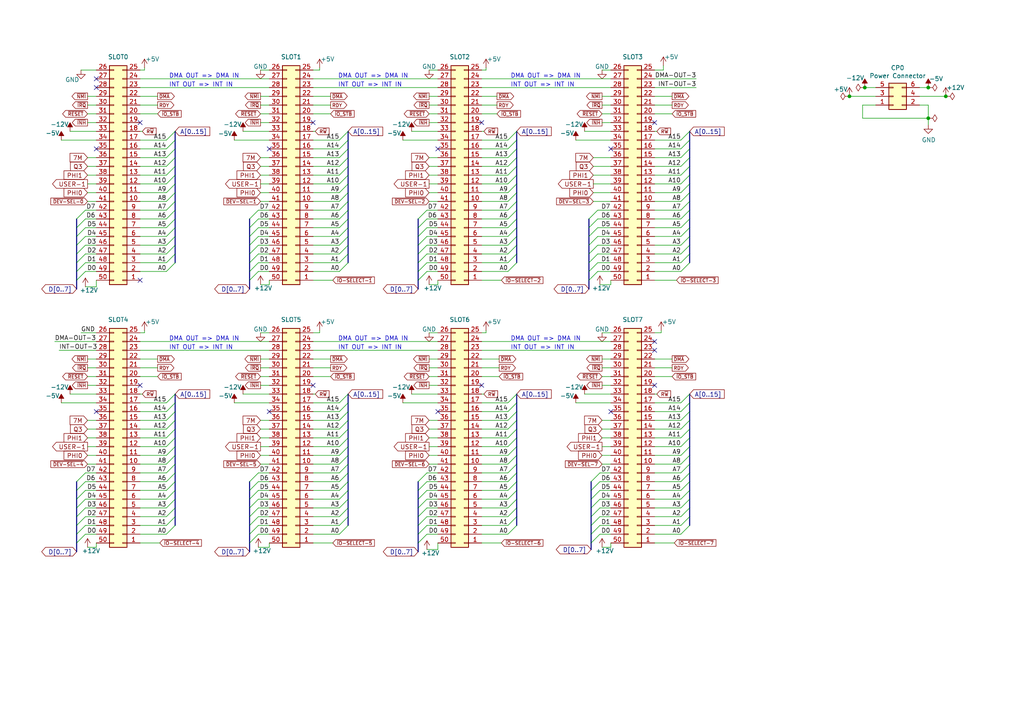
<source format=kicad_sch>
(kicad_sch (version 20230121) (generator eeschema)
  (paper "A4")
  (title_block (title "Apple II+ Schematic") (rev "0") (comment 1 "Captured from the Apple II Reference Manual (1979)"))
  (junction (at 250.825 25.4))
  (junction (at 269.24 34.29))
  (junction (at 246.38 27.94))
  (junction (at 274.32 27.94))
  (junction (at 269.24 25.4))
  (no_connect (at 27.94 22.86))
  (no_connect (at 40.64 35.56))
  (no_connect (at 189.865 35.56))
  (no_connect (at 139.7 35.56))
  (no_connect (at 189.865 101.6))
  (no_connect (at 40.64 111.76))
  (no_connect (at 177.165 43.18))
  (no_connect (at 27.94 25.4))
  (no_connect (at 40.64 81.28))
  (no_connect (at 78.105 119.38))
  (no_connect (at 90.805 35.56))
  (no_connect (at 78.105 43.18))
  (no_connect (at 177.165 119.38))
  (no_connect (at 27.94 119.38))
  (no_connect (at 27.94 43.18))
  (no_connect (at 189.865 99.06))
  (no_connect (at 139.7 111.76))
  (no_connect (at 189.865 111.76))
  (no_connect (at 127 119.38))
  (no_connect (at 90.805 111.76))
  (no_connect (at 127 43.18))
  (bus_entry (at 200.025 147.32) (size -2.54 2.54))
  (bus_entry (at 149.86 55.88) (size -2.54 2.54))
  (bus_entry (at 50.8 119.38) (size -2.54 2.54))
  (bus_entry (at 200.025 60.96) (size -2.54 2.54))
  (bus_entry (at 100.965 119.38) (size -2.54 2.54))
  (bus_entry (at 170.815 68.58) (size 2.54 -2.54))
  (bus_entry (at 100.965 63.5) (size -2.54 2.54))
  (bus_entry (at 149.86 129.54) (size -2.54 2.54))
  (bus_entry (at 100.965 144.78) (size -2.54 2.54))
  (bus_entry (at 200.025 55.88) (size -2.54 2.54))
  (bus_entry (at 22.225 144.78) (size 2.54 -2.54))
  (bus_entry (at 121.285 149.86) (size 2.54 -2.54))
  (bus_entry (at 50.8 114.3) (size -2.54 2.54))
  (bus_entry (at 200.025 137.16) (size -2.54 2.54))
  (bus_entry (at 100.965 58.42) (size -2.54 2.54))
  (bus_entry (at 50.8 68.58) (size -2.54 2.54))
  (bus_entry (at 100.965 134.62) (size -2.54 2.54))
  (bus_entry (at 22.225 152.4) (size 2.54 -2.54))
  (bus_entry (at 200.025 58.42) (size -2.54 2.54))
  (bus_entry (at 170.815 66.04) (size 2.54 -2.54))
  (bus_entry (at 171.45 154.94) (size 2.54 -2.54))
  (bus_entry (at 149.86 63.5) (size -2.54 2.54))
  (bus_entry (at 100.965 114.3) (size -2.54 2.54))
  (bus_entry (at 149.86 152.4) (size -2.54 2.54))
  (bus_entry (at 50.8 53.34) (size -2.54 2.54))
  (bus_entry (at 50.8 144.78) (size -2.54 2.54))
  (bus_entry (at 121.285 68.58) (size 2.54 -2.54))
  (bus_entry (at 200.025 132.08) (size -2.54 2.54))
  (bus_entry (at 149.86 121.92) (size -2.54 2.54))
  (bus_entry (at 149.86 137.16) (size -2.54 2.54))
  (bus_entry (at 100.965 45.72) (size -2.54 2.54))
  (bus_entry (at 22.225 81.28) (size 2.54 -2.54))
  (bus_entry (at 22.225 68.58) (size 2.54 -2.54))
  (bus_entry (at 100.965 48.26) (size -2.54 2.54))
  (bus_entry (at 22.225 157.48) (size 2.54 -2.54))
  (bus_entry (at 50.8 71.12) (size -2.54 2.54))
  (bus_entry (at 100.965 73.66) (size -2.54 2.54))
  (bus_entry (at 200.025 124.46) (size -2.54 2.54))
  (bus_entry (at 171.45 157.48) (size 2.54 -2.54))
  (bus_entry (at 72.39 66.04) (size 2.54 -2.54))
  (bus_entry (at 50.8 50.8) (size -2.54 2.54))
  (bus_entry (at 100.965 129.54) (size -2.54 2.54))
  (bus_entry (at 149.86 58.42) (size -2.54 2.54))
  (bus_entry (at 22.225 78.74) (size 2.54 -2.54))
  (bus_entry (at 50.8 55.88) (size -2.54 2.54))
  (bus_entry (at 50.8 124.46) (size -2.54 2.54))
  (bus_entry (at 50.8 134.62) (size -2.54 2.54))
  (bus_entry (at 149.86 147.32) (size -2.54 2.54))
  (bus_entry (at 121.285 139.7) (size 2.54 -2.54))
  (bus_entry (at 200.025 48.26) (size -2.54 2.54))
  (bus_entry (at 121.285 71.12) (size 2.54 -2.54))
  (bus_entry (at 149.86 134.62) (size -2.54 2.54))
  (bus_entry (at 149.86 139.7) (size -2.54 2.54))
  (bus_entry (at 149.86 60.96) (size -2.54 2.54))
  (bus_entry (at 22.225 139.7) (size 2.54 -2.54))
  (bus_entry (at 100.965 124.46) (size -2.54 2.54))
  (bus_entry (at 50.8 121.92) (size -2.54 2.54))
  (bus_entry (at 121.285 142.24) (size 2.54 -2.54))
  (bus_entry (at 121.285 66.04) (size 2.54 -2.54))
  (bus_entry (at 170.815 71.12) (size 2.54 -2.54))
  (bus_entry (at 50.8 73.66) (size -2.54 2.54))
  (bus_entry (at 22.225 71.12) (size 2.54 -2.54))
  (bus_entry (at 149.86 45.72) (size -2.54 2.54))
  (bus_entry (at 200.025 121.92) (size -2.54 2.54))
  (bus_entry (at 100.965 50.8) (size -2.54 2.54))
  (bus_entry (at 100.965 116.84) (size -2.54 2.54))
  (bus_entry (at 100.965 66.04) (size -2.54 2.54))
  (bus_entry (at 72.39 139.7) (size 2.54 -2.54))
  (bus_entry (at 100.965 68.58) (size -2.54 2.54))
  (bus_entry (at 149.86 68.58) (size -2.54 2.54))
  (bus_entry (at 170.815 73.66) (size 2.54 -2.54))
  (bus_entry (at 72.39 71.12) (size 2.54 -2.54))
  (bus_entry (at 22.225 63.5) (size 2.54 -2.54))
  (bus_entry (at 50.8 48.26) (size -2.54 2.54))
  (bus_entry (at 200.025 119.38) (size -2.54 2.54))
  (bus_entry (at 121.285 81.28) (size 2.54 -2.54))
  (bus_entry (at 22.225 149.86) (size 2.54 -2.54))
  (bus_entry (at 200.025 66.04) (size -2.54 2.54))
  (bus_entry (at 72.39 142.24) (size 2.54 -2.54))
  (bus_entry (at 100.965 127) (size -2.54 2.54))
  (bus_entry (at 149.86 38.1) (size -2.54 2.54))
  (bus_entry (at 121.285 154.94) (size 2.54 -2.54))
  (bus_entry (at 149.86 76.2) (size -2.54 2.54))
  (bus_entry (at 50.8 147.32) (size -2.54 2.54))
  (bus_entry (at 22.225 66.04) (size 2.54 -2.54))
  (bus_entry (at 121.285 78.74) (size 2.54 -2.54))
  (bus_entry (at 200.025 139.7) (size -2.54 2.54))
  (bus_entry (at 200.025 43.18) (size -2.54 2.54))
  (bus_entry (at 50.8 132.08) (size -2.54 2.54))
  (bus_entry (at 50.8 58.42) (size -2.54 2.54))
  (bus_entry (at 200.025 127) (size -2.54 2.54))
  (bus_entry (at 149.86 48.26) (size -2.54 2.54))
  (bus_entry (at 100.965 76.2) (size -2.54 2.54))
  (bus_entry (at 50.8 63.5) (size -2.54 2.54))
  (bus_entry (at 121.285 76.2) (size 2.54 -2.54))
  (bus_entry (at 149.86 114.3) (size -2.54 2.54))
  (bus_entry (at 72.39 63.5) (size 2.54 -2.54))
  (bus_entry (at 171.45 149.86) (size 2.54 -2.54))
  (bus_entry (at 50.8 76.2) (size -2.54 2.54))
  (bus_entry (at 22.225 142.24) (size 2.54 -2.54))
  (bus_entry (at 100.965 40.64) (size -2.54 2.54))
  (bus_entry (at 149.86 73.66) (size -2.54 2.54))
  (bus_entry (at 200.025 149.86) (size -2.54 2.54))
  (bus_entry (at 200.025 116.84) (size -2.54 2.54))
  (bus_entry (at 72.39 152.4) (size 2.54 -2.54))
  (bus_entry (at 171.45 152.4) (size 2.54 -2.54))
  (bus_entry (at 200.025 45.72) (size -2.54 2.54))
  (bus_entry (at 170.815 63.5) (size 2.54 -2.54))
  (bus_entry (at 200.025 134.62) (size -2.54 2.54))
  (bus_entry (at 50.8 43.18) (size -2.54 2.54))
  (bus_entry (at 72.39 73.66) (size 2.54 -2.54))
  (bus_entry (at 171.45 144.78) (size 2.54 -2.54))
  (bus_entry (at 121.285 63.5) (size 2.54 -2.54))
  (bus_entry (at 50.8 139.7) (size -2.54 2.54))
  (bus_entry (at 200.025 38.1) (size -2.54 2.54))
  (bus_entry (at 50.8 45.72) (size -2.54 2.54))
  (bus_entry (at 171.45 147.32) (size 2.54 -2.54))
  (bus_entry (at 50.8 129.54) (size -2.54 2.54))
  (bus_entry (at 200.025 114.3) (size -2.54 2.54))
  (bus_entry (at 100.965 55.88) (size -2.54 2.54))
  (bus_entry (at 200.025 129.54) (size -2.54 2.54))
  (bus_entry (at 121.285 73.66) (size 2.54 -2.54))
  (bus_entry (at 22.225 73.66) (size 2.54 -2.54))
  (bus_entry (at 200.025 53.34) (size -2.54 2.54))
  (bus_entry (at 50.8 137.16) (size -2.54 2.54))
  (bus_entry (at 149.86 124.46) (size -2.54 2.54))
  (bus_entry (at 22.225 76.2) (size 2.54 -2.54))
  (bus_entry (at 200.025 50.8) (size -2.54 2.54))
  (bus_entry (at 200.025 152.4) (size -2.54 2.54))
  (bus_entry (at 200.025 76.2) (size -2.54 2.54))
  (bus_entry (at 22.225 147.32) (size 2.54 -2.54))
  (bus_entry (at 50.8 152.4) (size -2.54 2.54))
  (bus_entry (at 149.86 40.64) (size -2.54 2.54))
  (bus_entry (at 50.8 127) (size -2.54 2.54))
  (bus_entry (at 170.815 76.2) (size 2.54 -2.54))
  (bus_entry (at 200.025 68.58) (size -2.54 2.54))
  (bus_entry (at 72.39 147.32) (size 2.54 -2.54))
  (bus_entry (at 121.285 157.48) (size 2.54 -2.54))
  (bus_entry (at 100.965 132.08) (size -2.54 2.54))
  (bus_entry (at 149.86 119.38) (size -2.54 2.54))
  (bus_entry (at 72.39 154.94) (size 2.54 -2.54))
  (bus_entry (at 200.025 144.78) (size -2.54 2.54))
  (bus_entry (at 200.025 142.24) (size -2.54 2.54))
  (bus_entry (at 149.86 116.84) (size -2.54 2.54))
  (bus_entry (at 100.965 142.24) (size -2.54 2.54))
  (bus_entry (at 72.39 76.2) (size 2.54 -2.54))
  (bus_entry (at 149.86 149.86) (size -2.54 2.54))
  (bus_entry (at 100.965 43.18) (size -2.54 2.54))
  (bus_entry (at 149.86 53.34) (size -2.54 2.54))
  (bus_entry (at 121.285 144.78) (size 2.54 -2.54))
  (bus_entry (at 50.8 60.96) (size -2.54 2.54))
  (bus_entry (at 170.815 78.74) (size 2.54 -2.54))
  (bus_entry (at 171.45 142.24) (size 2.54 -2.54))
  (bus_entry (at 72.39 157.48) (size 2.54 -2.54))
  (bus_entry (at 100.965 71.12) (size -2.54 2.54))
  (bus_entry (at 50.8 38.1) (size -2.54 2.54))
  (bus_entry (at 200.025 71.12) (size -2.54 2.54))
  (bus_entry (at 72.39 78.74) (size 2.54 -2.54))
  (bus_entry (at 149.86 43.18) (size -2.54 2.54))
  (bus_entry (at 149.86 71.12) (size -2.54 2.54))
  (bus_entry (at 100.965 139.7) (size -2.54 2.54))
  (bus_entry (at 100.965 152.4) (size -2.54 2.54))
  (bus_entry (at 100.965 121.92) (size -2.54 2.54))
  (bus_entry (at 121.285 152.4) (size 2.54 -2.54))
  (bus_entry (at 149.86 132.08) (size -2.54 2.54))
  (bus_entry (at 50.8 116.84) (size -2.54 2.54))
  (bus_entry (at 72.39 68.58) (size 2.54 -2.54))
  (bus_entry (at 50.8 149.86) (size -2.54 2.54))
  (bus_entry (at 50.8 40.64) (size -2.54 2.54))
  (bus_entry (at 170.815 81.28) (size 2.54 -2.54))
  (bus_entry (at 121.285 147.32) (size 2.54 -2.54))
  (bus_entry (at 149.86 142.24) (size -2.54 2.54))
  (bus_entry (at 200.025 40.64) (size -2.54 2.54))
  (bus_entry (at 200.025 63.5) (size -2.54 2.54))
  (bus_entry (at 200.025 73.66) (size -2.54 2.54))
  (bus_entry (at 149.86 127) (size -2.54 2.54))
  (bus_entry (at 100.965 60.96) (size -2.54 2.54))
  (bus_entry (at 100.965 53.34) (size -2.54 2.54))
  (bus_entry (at 72.39 81.28) (size 2.54 -2.54))
  (bus_entry (at 100.965 38.1) (size -2.54 2.54))
  (bus_entry (at 149.86 144.78) (size -2.54 2.54))
  (bus_entry (at 149.86 50.8) (size -2.54 2.54))
  (bus_entry (at 171.45 139.7) (size 2.54 -2.54))
  (bus_entry (at 100.965 147.32) (size -2.54 2.54))
  (bus_entry (at 50.8 142.24) (size -2.54 2.54))
  (bus_entry (at 50.8 66.04) (size -2.54 2.54))
  (bus_entry (at 72.39 144.78) (size 2.54 -2.54))
  (bus_entry (at 22.225 154.94) (size 2.54 -2.54))
  (bus_entry (at 100.965 137.16) (size -2.54 2.54))
  (bus_entry (at 149.86 66.04) (size -2.54 2.54))
  (bus_entry (at 100.965 149.86) (size -2.54 2.54))
  (bus_entry (at 72.39 149.86) (size 2.54 -2.54))
  (wire (pts (xy 25.4 129.54) (xy 27.94 129.54)))
  (wire (pts (xy 98.425 53.34) (xy 90.805 53.34)))
  (bus (pts (xy 22.225 66.04) (xy 22.225 68.58)))
  (bus (pts (xy 72.39 139.7) (xy 72.39 142.24)))
  (wire (pts (xy 78.105 66.04) (xy 74.93 66.04)))
  (wire (pts (xy 98.425 76.2) (xy 90.805 76.2)))
  (bus (pts (xy 200.025 144.78) (xy 200.025 147.32)))
  (wire (pts (xy 27.94 27.94) (xy 25.4 27.94)))
  (bus (pts (xy 170.815 73.66) (xy 170.815 76.2)))
  (wire (pts (xy 147.32 139.7) (xy 139.7 139.7)))
  (bus (pts (xy 200.025 121.92) (xy 200.025 124.46)))
  (wire (pts (xy 189.865 121.92) (xy 197.485 121.92)))
  (bus (pts (xy 200.025 119.38) (xy 200.025 121.92)))
  (wire (pts (xy 172.085 55.88) (xy 177.165 55.88)))
  (bus (pts (xy 72.39 144.78) (xy 72.39 147.32)))
  (wire (pts (xy 140.335 38.1) (xy 139.7 38.1)))
  (bus (pts (xy 100.965 119.38) (xy 100.965 121.92)))
  (wire (pts (xy 177.165 137.16) (xy 173.99 137.16)))
  (bus (pts (xy 72.39 157.48) (xy 72.39 160.02)))
  (wire (pts (xy 48.26 124.46) (xy 40.64 124.46)))
  (bus (pts (xy 171.45 144.78) (xy 171.45 147.32)))
  (wire (pts (xy 98.425 134.62) (xy 90.805 134.62)))
  (bus (pts (xy 149.86 149.86) (xy 149.86 152.4)))
  (bus (pts (xy 171.45 147.32) (xy 171.45 149.86)))
  (wire (pts (xy 190.5 38.1) (xy 189.865 38.1)))
  (wire (pts (xy 98.425 144.78) (xy 90.805 144.78)))
  (wire (pts (xy 27.94 137.16) (xy 24.765 137.16)))
  (bus (pts (xy 121.285 78.74) (xy 121.285 81.28)))
  (bus (pts (xy 72.39 142.24) (xy 72.39 144.78)))
  (wire (pts (xy 75.565 127) (xy 78.105 127)))
  (bus (pts (xy 200.025 114.3) (xy 200.025 116.84)))
  (bus (pts (xy 149.86 38.1) (xy 149.86 40.64)))
  (bus (pts (xy 22.225 144.78) (xy 22.225 147.32)))
  (wire (pts (xy 127 109.22) (xy 124.46 109.22)))
  (wire (pts (xy 25.4 134.62) (xy 27.94 134.62)))
  (bus (pts (xy 22.225 76.2) (xy 22.225 78.74)))
  (wire (pts (xy 27.94 121.92) (xy 25.4 121.92)))
  (bus (pts (xy 72.39 152.4) (xy 72.39 154.94)))
  (wire (pts (xy 78.105 63.5) (xy 74.93 63.5)))
  (wire (pts (xy 189.865 147.32) (xy 197.485 147.32)))
  (wire (pts (xy 127 137.16) (xy 123.825 137.16)))
  (wire (pts (xy 90.805 81.28) (xy 96.52 81.28)))
  (bus (pts (xy 200.025 55.88) (xy 200.025 58.42)))
  (bus (pts (xy 22.225 142.24) (xy 22.225 144.78)))
  (wire (pts (xy 75.565 20.32) (xy 78.105 20.32)))
  (bus (pts (xy 200.025 68.58) (xy 200.025 71.12)))
  (bus (pts (xy 200.025 71.12) (xy 200.025 73.66)))
  (bus (pts (xy 200.025 147.32) (xy 200.025 149.86)))
  (wire (pts (xy 124.46 53.34) (xy 127 53.34)))
  (wire (pts (xy 98.425 55.88) (xy 90.805 55.88)))
  (wire (pts (xy 127 159.385) (xy 127 157.48)))
  (wire (pts (xy 194.945 33.02) (xy 189.865 33.02)))
  (wire (pts (xy 78.105 158.75) (xy 78.105 157.48)))
  (bus (pts (xy 200.025 137.16) (xy 200.025 139.7)))
  (wire (pts (xy 98.425 50.8) (xy 90.805 50.8)))
  (wire (pts (xy 124.46 127) (xy 127 127)))
  (wire (pts (xy 90.805 99.06) (xy 127 99.06)))
  (bus (pts (xy 149.86 55.88) (xy 149.86 58.42)))
  (bus (pts (xy 100.965 53.34) (xy 100.965 55.88)))
  (wire (pts (xy 177.165 68.58) (xy 173.355 68.58)))
  (bus (pts (xy 121.285 71.12) (xy 121.285 73.66)))
  (bus (pts (xy 170.815 76.2) (xy 170.815 78.74)))
  (wire (pts (xy 177.165 63.5) (xy 173.355 63.5)))
  (bus (pts (xy 100.965 144.78) (xy 100.965 147.32)))
  (bus (pts (xy 170.815 68.58) (xy 170.815 71.12)))
  (bus (pts (xy 50.8 40.64) (xy 50.8 43.18)))
  (bus (pts (xy 149.86 139.7) (xy 149.86 142.24)))
  (wire (pts (xy 147.32 60.96) (xy 139.7 60.96)))
  (wire (pts (xy 124.46 58.42) (xy 127 58.42)))
  (bus (pts (xy 100.965 73.66) (xy 100.965 76.2)))
  (wire (pts (xy 75.565 134.62) (xy 78.105 134.62)))
  (wire (pts (xy 177.165 152.4) (xy 173.99 152.4)))
  (wire (pts (xy 127 30.48) (xy 124.46 30.48)))
  (wire (pts (xy 23.495 96.52) (xy 27.94 96.52)))
  (bus (pts (xy 100.965 147.32) (xy 100.965 149.86)))
  (bus (pts (xy 200.025 132.08) (xy 200.025 134.62)))
  (bus (pts (xy 100.965 68.58) (xy 100.965 71.12)))
  (wire (pts (xy 189.865 66.04) (xy 197.485 66.04)))
  (bus (pts (xy 100.965 142.24) (xy 100.965 144.78)))
  (wire (pts (xy 48.26 149.86) (xy 40.64 149.86)))
  (wire (pts (xy 174.625 129.54) (xy 177.165 129.54)))
  (bus (pts (xy 22.225 78.74) (xy 22.225 81.28)))
  (wire (pts (xy 48.26 134.62) (xy 40.64 134.62)))
  (wire (pts (xy 174.625 134.62) (xy 177.165 134.62)))
  (wire (pts (xy 189.865 60.96) (xy 197.485 60.96)))
  (wire (pts (xy 250.825 25.4) (xy 254 25.4)))
  (bus (pts (xy 200.025 60.96) (xy 200.025 63.5)))
  (wire (pts (xy 27.94 144.78) (xy 24.765 144.78)))
  (wire (pts (xy 48.26 154.94) (xy 40.64 154.94)))
  (wire (pts (xy 194.945 104.14) (xy 189.865 104.14)))
  (wire (pts (xy 119.38 114.3) (xy 127 114.3)))
  (wire (pts (xy 177.165 81.28) (xy 177.165 82.55)))
  (bus (pts (xy 50.8 114.3) (xy 50.8 116.84)))
  (bus (pts (xy 149.86 53.34) (xy 149.86 55.88)))
  (wire (pts (xy 147.32 134.62) (xy 139.7 134.62)))
  (wire (pts (xy 78.105 139.7) (xy 74.93 139.7)))
  (wire (pts (xy 78.105 78.74) (xy 74.93 78.74)))
  (bus (pts (xy 100.965 127) (xy 100.965 129.54)))
  (wire (pts (xy 127 139.7) (xy 123.825 139.7)))
  (wire (pts (xy 147.32 78.74) (xy 139.7 78.74)))
  (wire (pts (xy 189.865 76.2) (xy 197.485 76.2)))
  (wire (pts (xy 127 78.74) (xy 123.825 78.74)))
  (wire (pts (xy 127 106.68) (xy 124.46 106.68)))
  (wire (pts (xy 78.105 109.22) (xy 75.565 109.22)))
  (wire (pts (xy 48.26 78.74) (xy 40.64 78.74)))
  (wire (pts (xy 144.145 33.02) (xy 139.7 33.02)))
  (wire (pts (xy 177.165 78.74) (xy 173.355 78.74)))
  (wire (pts (xy 167.005 116.84) (xy 177.165 116.84)))
  (wire (pts (xy 48.26 55.88) (xy 40.64 55.88)))
  (wire (pts (xy 25.4 158.75) (xy 27.94 158.75)))
  (bus (pts (xy 50.8 66.04) (xy 50.8 68.58)))
  (wire (pts (xy 124.46 20.32) (xy 127 20.32)))
  (wire (pts (xy 266.7 25.4) (xy 269.24 25.4)))
  (wire (pts (xy 147.32 129.54) (xy 139.7 129.54)))
  (bus (pts (xy 100.965 114.3) (xy 100.965 116.84)))
  (bus (pts (xy 100.965 40.64) (xy 100.965 43.18)))
  (bus (pts (xy 100.965 139.7) (xy 100.965 142.24)))
  (wire (pts (xy 127 154.94) (xy 123.825 154.94)))
  (bus (pts (xy 149.86 144.78) (xy 149.86 147.32)))
  (bus (pts (xy 50.8 119.38) (xy 50.8 121.92)))
  (wire (pts (xy 140.97 20.32) (xy 140.97 19.685)))
  (wire (pts (xy 127 132.08) (xy 124.46 132.08)))
  (wire (pts (xy 95.885 33.02) (xy 90.805 33.02)))
  (wire (pts (xy 27.94 142.24) (xy 24.765 142.24)))
  (bus (pts (xy 149.86 119.38) (xy 149.86 121.92)))
  (wire (pts (xy 167.005 40.64) (xy 177.165 40.64)))
  (wire (pts (xy 144.78 106.68) (xy 139.7 106.68)))
  (bus (pts (xy 200.025 43.18) (xy 200.025 45.72)))
  (wire (pts (xy 177.165 76.2) (xy 173.355 76.2)))
  (bus (pts (xy 22.225 63.5) (xy 22.225 66.04)))
  (wire (pts (xy 177.165 27.94) (xy 174.625 27.94)))
  (wire (pts (xy 78.105 142.24) (xy 74.93 142.24)))
  (wire (pts (xy 25.4 53.34) (xy 27.94 53.34)))
  (bus (pts (xy 170.815 66.04) (xy 170.815 68.58)))
  (bus (pts (xy 50.8 55.88) (xy 50.8 58.42)))
  (wire (pts (xy 48.26 147.32) (xy 40.64 147.32)))
  (wire (pts (xy 27.94 109.22) (xy 25.4 109.22)))
  (bus (pts (xy 50.8 134.62) (xy 50.8 137.16)))
  (bus (pts (xy 149.86 137.16) (xy 149.86 139.7)))
  (wire (pts (xy 98.425 60.96) (xy 90.805 60.96)))
  (bus (pts (xy 121.285 73.66) (xy 121.285 76.2)))
  (wire (pts (xy 78.105 154.94) (xy 74.93 154.94)))
  (wire (pts (xy 147.32 68.58) (xy 139.7 68.58)))
  (wire (pts (xy 177.165 139.7) (xy 173.99 139.7)))
  (wire (pts (xy 15.875 99.06) (xy 27.94 99.06)))
  (bus (pts (xy 149.86 121.92) (xy 149.86 124.46)))
  (bus (pts (xy 121.285 147.32) (xy 121.285 149.86)))
  (bus (pts (xy 200.025 124.46) (xy 200.025 127)))
  (wire (pts (xy 41.91 96.52) (xy 41.91 95.885)))
  (wire (pts (xy 27.94 152.4) (xy 24.765 152.4)))
  (wire (pts (xy 246.38 27.94) (xy 254 27.94)))
  (bus (pts (xy 149.86 43.18) (xy 149.86 45.72)))
  (wire (pts (xy 124.46 129.54) (xy 127 129.54)))
  (bus (pts (xy 50.8 73.66) (xy 50.8 76.2)))
  (wire (pts (xy 91.44 114.3) (xy 90.805 114.3)))
  (wire (pts (xy 177.165 35.56) (xy 174.625 35.56)))
  (wire (pts (xy 174.625 96.52) (xy 177.165 96.52)))
  (wire (pts (xy 127 104.14) (xy 124.46 104.14)))
  (bus (pts (xy 22.225 73.66) (xy 22.225 76.2)))
  (bus (pts (xy 22.225 157.48) (xy 22.225 160.02)))
  (wire (pts (xy 27.94 78.74) (xy 24.765 78.74)))
  (wire (pts (xy 27.94 63.5) (xy 24.765 63.5)))
  (wire (pts (xy 40.64 101.6) (xy 78.105 101.6)))
  (wire (pts (xy 95.885 106.68) (xy 90.805 106.68)))
  (wire (pts (xy 189.865 137.16) (xy 197.485 137.16)))
  (wire (pts (xy 177.165 121.92) (xy 174.625 121.92)))
  (wire (pts (xy 144.145 30.48) (xy 139.7 30.48)))
  (wire (pts (xy 250.19 34.29) (xy 250.19 30.48)))
  (wire (pts (xy 27.94 149.86) (xy 24.765 149.86)))
  (bus (pts (xy 72.39 68.58) (xy 72.39 71.12)))
  (wire (pts (xy 27.94 124.46) (xy 25.4 124.46)))
  (bus (pts (xy 200.025 40.64) (xy 200.025 43.18)))
  (wire (pts (xy 27.94 55.88) (xy 25.4 55.88)))
  (bus (pts (xy 200.025 45.72) (xy 200.025 48.26)))
  (wire (pts (xy 139.7 22.86) (xy 177.165 22.86)))
  (bus (pts (xy 121.285 144.78) (xy 121.285 147.32)))
  (wire (pts (xy 24.765 83.185) (xy 27.94 83.185)))
  (bus (pts (xy 121.285 76.2) (xy 121.285 78.74)))
  (wire (pts (xy 27.94 154.94) (xy 24.765 154.94)))
  (bus (pts (xy 149.86 60.96) (xy 149.86 63.5)))
  (wire (pts (xy 27.94 33.02) (xy 25.4 33.02)))
  (wire (pts (xy 78.105 144.78) (xy 74.93 144.78)))
  (wire (pts (xy 17.78 116.84) (xy 27.94 116.84)))
  (wire (pts (xy 90.805 101.6) (xy 127 101.6)))
  (wire (pts (xy 78.105 124.46) (xy 75.565 124.46)))
  (bus (pts (xy 72.39 73.66) (xy 72.39 76.2)))
  (wire (pts (xy 78.105 45.72) (xy 75.565 45.72)))
  (wire (pts (xy 41.91 20.32) (xy 41.91 19.685)))
  (wire (pts (xy 127 124.46) (xy 124.46 124.46)))
  (bus (pts (xy 200.025 58.42) (xy 200.025 60.96)))
  (wire (pts (xy 45.72 104.14) (xy 40.64 104.14)))
  (bus (pts (xy 170.815 78.74) (xy 170.815 81.28)))
  (wire (pts (xy 189.865 134.62) (xy 197.485 134.62)))
  (wire (pts (xy 177.165 106.68) (xy 174.625 106.68)))
  (bus (pts (xy 72.39 66.04) (xy 72.39 68.58)))
  (wire (pts (xy 147.32 116.84) (xy 139.7 116.84)))
  (wire (pts (xy 127 142.24) (xy 123.825 142.24)))
  (wire (pts (xy 48.26 40.64) (xy 40.64 40.64)))
  (wire (pts (xy 127 73.66) (xy 123.825 73.66)))
  (wire (pts (xy 27.94 106.68) (xy 25.4 106.68)))
  (bus (pts (xy 149.86 114.3) (xy 149.86 116.84)))
  (bus (pts (xy 72.39 76.2) (xy 72.39 78.74)))
  (wire (pts (xy 127 55.88) (xy 124.46 55.88)))
  (wire (pts (xy 169.545 38.1) (xy 177.165 38.1)))
  (wire (pts (xy 269.24 30.48) (xy 269.24 34.29)))
  (wire (pts (xy 98.425 78.74) (xy 90.805 78.74)))
  (wire (pts (xy 189.865 149.86) (xy 197.485 149.86)))
  (bus (pts (xy 121.285 66.04) (xy 121.285 68.58)))
  (wire (pts (xy 144.78 109.22) (xy 139.7 109.22)))
  (bus (pts (xy 149.86 116.84) (xy 149.86 119.38)))
  (wire (pts (xy 189.865 71.12) (xy 197.485 71.12)))
  (wire (pts (xy 17.145 101.6) (xy 27.94 101.6)))
  (wire (pts (xy 191.77 96.52) (xy 191.77 95.885)))
  (wire (pts (xy 124.46 96.52) (xy 127 96.52)))
  (bus (pts (xy 200.025 116.84) (xy 200.025 119.38)))
  (wire (pts (xy 92.71 20.32) (xy 92.71 19.685)))
  (wire (pts (xy 98.425 152.4) (xy 90.805 152.4)))
  (bus (pts (xy 170.815 71.12) (xy 170.815 73.66)))
  (wire (pts (xy 189.865 154.94) (xy 197.485 154.94)))
  (wire (pts (xy 98.425 127) (xy 90.805 127)))
  (bus (pts (xy 50.8 137.16) (xy 50.8 139.7)))
  (wire (pts (xy 48.26 48.26) (xy 40.64 48.26)))
  (wire (pts (xy 140.97 96.52) (xy 140.97 95.885)))
  (bus (pts (xy 200.025 50.8) (xy 200.025 53.34)))
  (bus (pts (xy 100.965 71.12) (xy 100.965 73.66)))
  (wire (pts (xy 98.425 43.18) (xy 90.805 43.18)))
  (wire (pts (xy 90.805 96.52) (xy 92.71 96.52)))
  (wire (pts (xy 48.26 121.92) (xy 40.64 121.92)))
  (wire (pts (xy 48.26 50.8) (xy 40.64 50.8)))
  (wire (pts (xy 98.425 116.84) (xy 90.805 116.84)))
  (wire (pts (xy 75.565 58.42) (xy 78.105 58.42)))
  (bus (pts (xy 200.025 48.26) (xy 200.025 50.8)))
  (bus (pts (xy 100.965 116.84) (xy 100.965 119.38)))
  (wire (pts (xy 189.865 157.48) (xy 195.58 157.48)))
  (bus (pts (xy 171.45 154.94) (xy 171.45 157.48)))
  (wire (pts (xy 27.94 111.76) (xy 25.4 111.76)))
  (wire (pts (xy 78.105 27.94) (xy 75.565 27.94)))
  (wire (pts (xy 177.165 48.26) (xy 172.085 48.26)))
  (bus (pts (xy 170.815 63.5) (xy 170.815 66.04)))
  (wire (pts (xy 147.32 66.04) (xy 139.7 66.04)))
  (wire (pts (xy 48.26 129.54) (xy 40.64 129.54)))
  (bus (pts (xy 149.86 134.62) (xy 149.86 137.16)))
  (wire (pts (xy 172.085 58.42) (xy 177.165 58.42)))
  (bus (pts (xy 50.8 132.08) (xy 50.8 134.62)))
  (wire (pts (xy 127 82.55) (xy 127 81.28)))
  (wire (pts (xy 90.805 25.4) (xy 127 25.4)))
  (wire (pts (xy 78.105 76.2) (xy 74.93 76.2)))
  (wire (pts (xy 177.165 111.76) (xy 174.625 111.76)))
  (wire (pts (xy 147.32 144.78) (xy 139.7 144.78)))
  (wire (pts (xy 40.64 25.4) (xy 78.105 25.4)))
  (wire (pts (xy 27.94 76.2) (xy 24.765 76.2)))
  (wire (pts (xy 41.275 114.3) (xy 40.64 114.3)))
  (wire (pts (xy 139.7 25.4) (xy 177.165 25.4)))
  (wire (pts (xy 189.865 55.88) (xy 197.485 55.88)))
  (wire (pts (xy 75.565 50.8) (xy 78.105 50.8)))
  (bus (pts (xy 149.86 48.26) (xy 149.86 50.8)))
  (wire (pts (xy 25.4 58.42) (xy 27.94 58.42)))
  (wire (pts (xy 98.425 121.92) (xy 90.805 121.92)))
  (wire (pts (xy 144.78 104.14) (xy 139.7 104.14)))
  (wire (pts (xy 90.805 22.86) (xy 127 22.86)))
  (wire (pts (xy 127 149.86) (xy 123.825 149.86)))
  (wire (pts (xy 269.24 34.29) (xy 250.19 34.29)))
  (wire (pts (xy 78.105 33.02) (xy 75.565 33.02)))
  (wire (pts (xy 147.32 152.4) (xy 139.7 152.4)))
  (wire (pts (xy 189.865 68.58) (xy 197.485 68.58)))
  (wire (pts (xy 98.425 154.94) (xy 90.805 154.94)))
  (wire (pts (xy 78.105 82.55) (xy 78.105 81.28)))
  (bus (pts (xy 100.965 43.18) (xy 100.965 45.72)))
  (wire (pts (xy 127 144.78) (xy 123.825 144.78)))
  (bus (pts (xy 50.8 43.18) (xy 50.8 45.72)))
  (wire (pts (xy 177.165 147.32) (xy 173.99 147.32)))
  (wire (pts (xy 98.425 119.38) (xy 90.805 119.38)))
  (wire (pts (xy 194.945 109.22) (xy 189.865 109.22)))
  (wire (pts (xy 147.32 147.32) (xy 139.7 147.32)))
  (wire (pts (xy 40.64 96.52) (xy 41.91 96.52)))
  (wire (pts (xy 189.865 139.7) (xy 197.485 139.7)))
  (wire (pts (xy 127 33.02) (xy 124.46 33.02)))
  (bus (pts (xy 50.8 58.42) (xy 50.8 60.96)))
  (wire (pts (xy 177.165 154.94) (xy 173.99 154.94)))
  (wire (pts (xy 250.19 30.48) (xy 254 30.48)))
  (bus (pts (xy 72.39 71.12) (xy 72.39 73.66)))
  (wire (pts (xy 147.32 142.24) (xy 139.7 142.24)))
  (bus (pts (xy 50.8 129.54) (xy 50.8 132.08)))
  (wire (pts (xy 23.495 20.32) (xy 27.94 20.32)))
  (bus (pts (xy 50.8 147.32) (xy 50.8 149.86)))
  (wire (pts (xy 78.105 35.56) (xy 75.565 35.56)))
  (bus (pts (xy 149.86 71.12) (xy 149.86 73.66)))
  (wire (pts (xy 27.94 35.56) (xy 25.4 35.56)))
  (wire (pts (xy 177.165 73.66) (xy 173.355 73.66)))
  (bus (pts (xy 50.8 60.96) (xy 50.8 63.5)))
  (wire (pts (xy 189.865 116.84) (xy 197.485 116.84)))
  (wire (pts (xy 48.26 137.16) (xy 40.64 137.16)))
  (bus (pts (xy 50.8 139.7) (xy 50.8 142.24)))
  (wire (pts (xy 147.32 124.46) (xy 139.7 124.46)))
  (wire (pts (xy 25.4 127) (xy 27.94 127)))
  (wire (pts (xy 48.26 45.72) (xy 40.64 45.72)))
  (wire (pts (xy 123.825 159.385) (xy 127 159.385)))
  (bus (pts (xy 200.025 66.04) (xy 200.025 68.58)))
  (wire (pts (xy 189.865 45.72) (xy 197.485 45.72)))
  (wire (pts (xy 147.32 48.26) (xy 139.7 48.26)))
  (wire (pts (xy 70.485 114.3) (xy 78.105 114.3)))
  (bus (pts (xy 121.285 142.24) (xy 121.285 144.78)))
  (bus (pts (xy 149.86 127) (xy 149.86 129.54)))
  (wire (pts (xy 78.105 132.08) (xy 75.565 132.08)))
  (bus (pts (xy 170.815 81.28) (xy 170.815 83.82)))
  (bus (pts (xy 149.86 129.54) (xy 149.86 132.08)))
  (wire (pts (xy 127 66.04) (xy 123.825 66.04)))
  (wire (pts (xy 98.425 58.42) (xy 90.805 58.42)))
  (wire (pts (xy 98.425 63.5) (xy 90.805 63.5)))
  (wire (pts (xy 48.26 53.34) (xy 40.64 53.34)))
  (wire (pts (xy 147.32 154.94) (xy 139.7 154.94)))
  (bus (pts (xy 22.225 152.4) (xy 22.225 154.94)))
  (wire (pts (xy 177.165 149.86) (xy 173.99 149.86)))
  (wire (pts (xy 127 121.92) (xy 124.46 121.92)))
  (wire (pts (xy 147.32 45.72) (xy 139.7 45.72)))
  (bus (pts (xy 200.025 73.66) (xy 200.025 76.2)))
  (wire (pts (xy 189.865 119.38) (xy 197.485 119.38)))
  (bus (pts (xy 50.8 48.26) (xy 50.8 50.8)))
  (wire (pts (xy 91.44 38.1) (xy 90.805 38.1)))
  (bus (pts (xy 200.025 129.54) (xy 200.025 132.08)))
  (wire (pts (xy 48.26 119.38) (xy 40.64 119.38)))
  (bus (pts (xy 100.965 55.88) (xy 100.965 58.42)))
  (bus (pts (xy 50.8 144.78) (xy 50.8 147.32)))
  (wire (pts (xy 177.165 132.08) (xy 174.625 132.08)))
  (bus (pts (xy 22.225 68.58) (xy 22.225 71.12)))
  (wire (pts (xy 139.7 99.06) (xy 177.165 99.06)))
  (wire (pts (xy 169.545 114.3) (xy 177.165 114.3)))
  (wire (pts (xy 27.94 73.66) (xy 24.765 73.66)))
  (bus (pts (xy 50.8 63.5) (xy 50.8 66.04)))
  (bus (pts (xy 22.225 149.86) (xy 22.225 152.4)))
  (bus (pts (xy 50.8 68.58) (xy 50.8 71.12)))
  (wire (pts (xy 27.94 83.185) (xy 27.94 81.28)))
  (wire (pts (xy 119.38 38.1) (xy 127 38.1)))
  (wire (pts (xy 95.885 104.14) (xy 90.805 104.14)))
  (bus (pts (xy 72.39 63.5) (xy 72.39 66.04)))
  (wire (pts (xy 127 147.32) (xy 123.825 147.32)))
  (wire (pts (xy 127 63.5) (xy 123.825 63.5)))
  (wire (pts (xy 75.565 53.34) (xy 78.105 53.34)))
  (bus (pts (xy 100.965 137.16) (xy 100.965 139.7)))
  (wire (pts (xy 177.165 158.75) (xy 177.165 157.48)))
  (wire (pts (xy 78.105 147.32) (xy 74.93 147.32)))
  (wire (pts (xy 139.7 157.48) (xy 145.415 157.48)))
  (bus (pts (xy 50.8 121.92) (xy 50.8 124.46)))
  (bus (pts (xy 149.86 66.04) (xy 149.86 68.58)))
  (wire (pts (xy 67.945 116.84) (xy 78.105 116.84)))
  (wire (pts (xy 177.165 30.48) (xy 174.625 30.48)))
  (wire (pts (xy 98.425 139.7) (xy 90.805 139.7)))
  (bus (pts (xy 50.8 124.46) (xy 50.8 127)))
  (wire (pts (xy 147.32 119.38) (xy 139.7 119.38)))
  (wire (pts (xy 147.32 43.18) (xy 139.7 43.18)))
  (wire (pts (xy 266.7 30.48) (xy 269.24 30.48)))
  (wire (pts (xy 269.24 36.195) (xy 269.24 34.29)))
  (wire (pts (xy 127 68.58) (xy 123.825 68.58)))
  (wire (pts (xy 147.32 127) (xy 139.7 127)))
  (wire (pts (xy 189.865 142.24) (xy 197.485 142.24)))
  (bus (pts (xy 121.285 152.4) (xy 121.285 154.94)))
  (bus (pts (xy 100.965 149.86) (xy 100.965 152.4)))
  (bus (pts (xy 50.8 38.1) (xy 50.8 40.64)))
  (bus (pts (xy 72.39 154.94) (xy 72.39 157.48)))
  (bus (pts (xy 121.285 149.86) (xy 121.285 152.4)))
  (wire (pts (xy 98.425 124.46) (xy 90.805 124.46)))
  (wire (pts (xy 45.72 106.68) (xy 40.64 106.68)))
  (wire (pts (xy 147.32 71.12) (xy 139.7 71.12)))
  (wire (pts (xy 27.94 66.04) (xy 24.765 66.04)))
  (bus (pts (xy 50.8 45.72) (xy 50.8 48.26)))
  (bus (pts (xy 100.965 60.96) (xy 100.965 63.5)))
  (wire (pts (xy 189.865 20.32) (xy 192.405 20.32)))
  (wire (pts (xy 48.26 68.58) (xy 40.64 68.58)))
  (wire (pts (xy 189.865 129.54) (xy 197.485 129.54)))
  (wire (pts (xy 189.865 144.78) (xy 197.485 144.78)))
  (wire (pts (xy 98.425 129.54) (xy 90.805 129.54)))
  (bus (pts (xy 149.86 68.58) (xy 149.86 71.12)))
  (wire (pts (xy 189.865 22.86) (xy 201.93 22.86)))
  (wire (pts (xy 78.105 48.26) (xy 75.565 48.26)))
  (wire (pts (xy 27.94 139.7) (xy 24.765 139.7)))
  (bus (pts (xy 22.225 147.32) (xy 22.225 149.86)))
  (wire (pts (xy 189.865 127) (xy 197.485 127)))
  (wire (pts (xy 78.105 68.58) (xy 74.93 68.58)))
  (wire (pts (xy 127 76.2) (xy 123.825 76.2)))
  (bus (pts (xy 121.285 157.48) (xy 121.285 160.02)))
  (wire (pts (xy 194.945 30.48) (xy 189.865 30.48)))
  (wire (pts (xy 194.945 27.94) (xy 189.865 27.94)))
  (wire (pts (xy 98.425 71.12) (xy 90.805 71.12)))
  (wire (pts (xy 189.865 58.42) (xy 197.485 58.42)))
  (wire (pts (xy 74.93 158.75) (xy 78.105 158.75)))
  (bus (pts (xy 149.86 132.08) (xy 149.86 134.62)))
  (wire (pts (xy 48.26 116.84) (xy 40.64 116.84)))
  (wire (pts (xy 98.425 132.08) (xy 90.805 132.08)))
  (wire (pts (xy 189.865 81.28) (xy 196.215 81.28)))
  (bus (pts (xy 121.285 81.28) (xy 121.285 83.82)))
  (wire (pts (xy 144.145 27.94) (xy 139.7 27.94)))
  (wire (pts (xy 20.32 114.3) (xy 27.94 114.3)))
  (wire (pts (xy 40.64 20.32) (xy 41.91 20.32)))
  (bus (pts (xy 50.8 53.34) (xy 50.8 55.88)))
  (bus (pts (xy 100.965 121.92) (xy 100.965 124.46)))
  (wire (pts (xy 189.865 53.34) (xy 197.485 53.34)))
  (wire (pts (xy 127 60.96) (xy 123.825 60.96)))
  (wire (pts (xy 40.64 22.86) (xy 78.105 22.86)))
  (wire (pts (xy 27.94 60.96) (xy 24.765 60.96)))
  (wire (pts (xy 48.26 139.7) (xy 40.64 139.7)))
  (wire (pts (xy 172.085 50.8) (xy 177.165 50.8)))
  (wire (pts (xy 174.625 158.75) (xy 177.165 158.75)))
  (bus (pts (xy 200.025 134.62) (xy 200.025 137.16)))
  (wire (pts (xy 147.32 76.2) (xy 139.7 76.2)))
  (bus (pts (xy 171.45 159.385) (xy 171.45 157.48)))
  (wire (pts (xy 172.085 53.34) (xy 177.165 53.34)))
  (wire (pts (xy 27.94 68.58) (xy 24.765 68.58)))
  (wire (pts (xy 147.32 63.5) (xy 139.7 63.5)))
  (wire (pts (xy 48.26 60.96) (xy 40.64 60.96)))
  (wire (pts (xy 174.625 127) (xy 177.165 127)))
  (bus (pts (xy 50.8 116.84) (xy 50.8 119.38)))
  (wire (pts (xy 177.165 124.46) (xy 174.625 124.46)))
  (wire (pts (xy 116.84 40.64) (xy 127 40.64)))
  (wire (pts (xy 40.64 157.48) (xy 46.355 157.48)))
  (wire (pts (xy 95.885 27.94) (xy 90.805 27.94)))
  (bus (pts (xy 72.39 81.28) (xy 72.39 83.82)))
  (bus (pts (xy 149.86 58.42) (xy 149.86 60.96)))
  (wire (pts (xy 45.72 33.02) (xy 40.64 33.02)))
  (wire (pts (xy 147.32 132.08) (xy 139.7 132.08)))
  (bus (pts (xy 149.86 124.46) (xy 149.86 127)))
  (bus (pts (xy 200.025 127) (xy 200.025 129.54)))
  (bus (pts (xy 200.025 139.7) (xy 200.025 142.24)))
  (wire (pts (xy 78.105 137.16) (xy 74.93 137.16)))
  (bus (pts (xy 200.025 53.34) (xy 200.025 55.88)))
  (wire (pts (xy 177.165 45.72) (xy 172.085 45.72)))
  (wire (pts (xy 147.32 50.8) (xy 139.7 50.8)))
  (bus (pts (xy 100.965 38.1) (xy 100.965 40.64)))
  (wire (pts (xy 127 152.4) (xy 123.825 152.4)))
  (bus (pts (xy 171.45 142.24) (xy 171.45 144.78)))
  (wire (pts (xy 177.165 109.22) (xy 174.625 109.22)))
  (wire (pts (xy 177.165 71.12) (xy 173.355 71.12)))
  (wire (pts (xy 189.865 78.74) (xy 197.485 78.74)))
  (wire (pts (xy 78.105 152.4) (xy 74.93 152.4)))
  (wire (pts (xy 177.165 144.78) (xy 173.99 144.78)))
  (wire (pts (xy 70.485 38.1) (xy 78.105 38.1)))
  (wire (pts (xy 177.165 33.02) (xy 174.625 33.02)))
  (bus (pts (xy 100.965 50.8) (xy 100.965 53.34)))
  (bus (pts (xy 200.025 63.5) (xy 200.025 66.04)))
  (bus (pts (xy 171.45 139.7) (xy 171.45 142.24)))
  (wire (pts (xy 98.425 73.66) (xy 90.805 73.66)))
  (wire (pts (xy 147.32 40.64) (xy 139.7 40.64)))
  (wire (pts (xy 78.105 30.48) (xy 75.565 30.48)))
  (wire (pts (xy 17.78 40.64) (xy 27.94 40.64)))
  (bus (pts (xy 100.965 129.54) (xy 100.965 132.08)))
  (wire (pts (xy 177.165 82.55) (xy 173.99 82.55)))
  (wire (pts (xy 127 71.12) (xy 123.825 71.12)))
  (wire (pts (xy 98.425 48.26) (xy 90.805 48.26)))
  (wire (pts (xy 90.805 45.72) (xy 98.425 45.72)))
  (bus (pts (xy 50.8 71.12) (xy 50.8 73.66)))
  (wire (pts (xy 48.26 58.42) (xy 40.64 58.42)))
  (wire (pts (xy 78.105 55.88) (xy 75.565 55.88)))
  (wire (pts (xy 78.105 106.68) (xy 75.565 106.68)))
  (bus (pts (xy 22.225 139.7) (xy 22.225 142.24)))
  (wire (pts (xy 116.84 116.84) (xy 127 116.84)))
  (wire (pts (xy 177.165 142.24) (xy 173.99 142.24)))
  (bus (pts (xy 72.39 149.86) (xy 72.39 152.4)))
  (bus (pts (xy 100.965 124.46) (xy 100.965 127)))
  (wire (pts (xy 189.865 73.66) (xy 197.485 73.66)))
  (wire (pts (xy 98.425 68.58) (xy 90.805 68.58)))
  (wire (pts (xy 48.26 43.18) (xy 40.64 43.18)))
  (wire (pts (xy 48.26 127) (xy 40.64 127)))
  (wire (pts (xy 20.32 38.1) (xy 27.94 38.1)))
  (bus (pts (xy 50.8 149.86) (xy 50.8 152.4)))
  (wire (pts (xy 27.94 71.12) (xy 24.765 71.12)))
  (wire (pts (xy 27.94 48.26) (xy 25.4 48.26)))
  (bus (pts (xy 100.965 48.26) (xy 100.965 50.8)))
  (wire (pts (xy 127 45.72) (xy 124.46 45.72)))
  (wire (pts (xy 67.945 40.64) (xy 78.105 40.64)))
  (wire (pts (xy 177.165 66.04) (xy 173.355 66.04)))
  (wire (pts (xy 98.425 66.04) (xy 90.805 66.04)))
  (wire (pts (xy 190.5 114.3) (xy 189.865 114.3)))
  (wire (pts (xy 98.425 147.32) (xy 90.805 147.32)))
  (wire (pts (xy 98.425 149.86) (xy 90.805 149.86)))
  (bus (pts (xy 100.965 45.72) (xy 100.965 48.26)))
  (wire (pts (xy 189.865 43.18) (xy 197.485 43.18)))
  (wire (pts (xy 98.425 137.16) (xy 90.805 137.16)))
  (wire (pts (xy 127 48.26) (xy 124.46 48.26)))
  (wire (pts (xy 48.26 142.24) (xy 40.64 142.24)))
  (bus (pts (xy 50.8 127) (xy 50.8 129.54)))
  (wire (pts (xy 95.885 30.48) (xy 90.805 30.48)))
  (wire (pts (xy 127 35.56) (xy 124.46 35.56)))
  (wire (pts (xy 75.565 129.54) (xy 78.105 129.54)))
  (wire (pts (xy 78.105 121.92) (xy 75.565 121.92)))
  (wire (pts (xy 27.94 104.14) (xy 25.4 104.14)))
  (wire (pts (xy 194.945 106.68) (xy 189.865 106.68)))
  (wire (pts (xy 27.94 45.72) (xy 25.4 45.72)))
  (wire (pts (xy 147.32 73.66) (xy 139.7 73.66)))
  (bus (pts (xy 149.86 73.66) (xy 149.86 76.2)))
  (wire (pts (xy 147.32 149.86) (xy 139.7 149.86)))
  (bus (pts (xy 200.025 149.86) (xy 200.025 152.4)))
  (wire (pts (xy 90.805 157.48) (xy 96.52 157.48)))
  (wire (pts (xy 27.94 158.75) (xy 27.94 157.48)))
  (wire (pts (xy 124.46 134.62) (xy 127 134.62)))
  (wire (pts (xy 45.72 30.48) (xy 40.64 30.48)))
  (bus (pts (xy 149.86 142.24) (xy 149.86 144.78)))
  (wire (pts (xy 189.865 48.26) (xy 197.485 48.26)))
  (wire (pts (xy 139.7 20.32) (xy 140.97 20.32)))
  (bus (pts (xy 200.025 38.1) (xy 200.025 40.64)))
  (wire (pts (xy 27.94 132.08) (xy 25.4 132.08)))
  (wire (pts (xy 147.32 55.88) (xy 139.7 55.88)))
  (wire (pts (xy 189.865 25.4) (xy 201.93 25.4)))
  (wire (pts (xy 124.46 82.55) (xy 127 82.55)))
  (wire (pts (xy 27.94 147.32) (xy 24.765 147.32)))
  (bus (pts (xy 22.225 71.12) (xy 22.225 73.66)))
  (wire (pts (xy 78.105 71.12) (xy 74.93 71.12)))
  (wire (pts (xy 127 27.94) (xy 124.46 27.94)))
  (wire (pts (xy 78.105 111.76) (xy 75.565 111.76)))
  (wire (pts (xy 98.425 40.64) (xy 90.805 40.64)))
  (wire (pts (xy 124.46 50.8) (xy 127 50.8)))
  (bus (pts (xy 100.965 132.08) (xy 100.965 134.62)))
  (wire (pts (xy 189.865 40.64) (xy 197.485 40.64)))
  (wire (pts (xy 189.865 124.46) (xy 197.485 124.46)))
  (wire (pts (xy 48.26 152.4) (xy 40.64 152.4)))
  (bus (pts (xy 149.86 40.64) (xy 149.86 43.18)))
  (wire (pts (xy 139.7 81.28) (xy 145.415 81.28)))
  (wire (pts (xy 41.275 38.1) (xy 40.64 38.1)))
  (wire (pts (xy 192.405 20.32) (xy 192.405 19.05)))
  (wire (pts (xy 189.865 132.08) (xy 197.485 132.08)))
  (wire (pts (xy 147.32 53.34) (xy 139.7 53.34)))
  (wire (pts (xy 40.64 99.06) (xy 78.105 99.06)))
  (bus (pts (xy 149.86 63.5) (xy 149.86 66.04)))
  (bus (pts (xy 171.45 152.4) (xy 171.45 154.94)))
  (bus (pts (xy 22.225 81.28) (xy 22.225 83.82)))
  (bus (pts (xy 149.86 50.8) (xy 149.86 53.34)))
  (bus (pts (xy 171.45 149.86) (xy 171.45 152.4)))
  (bus (pts (xy 200.025 142.24) (xy 200.025 144.78)))
  (bus (pts (xy 149.86 147.32) (xy 149.86 149.86)))
  (bus (pts (xy 121.285 63.5) (xy 121.285 66.04)))
  (wire (pts (xy 78.105 104.14) (xy 75.565 104.14)))
  (wire (pts (xy 139.7 101.6) (xy 177.165 101.6)))
  (wire (pts (xy 139.7 96.52) (xy 140.97 96.52)))
  (bus (pts (xy 50.8 50.8) (xy 50.8 53.34)))
  (wire (pts (xy 48.26 63.5) (xy 40.64 63.5)))
  (bus (pts (xy 100.965 58.42) (xy 100.965 60.96)))
  (wire (pts (xy 78.105 73.66) (xy 74.93 73.66)))
  (wire (pts (xy 147.32 121.92) (xy 139.7 121.92)))
  (wire (pts (xy 189.865 63.5) (xy 197.485 63.5)))
  (wire (pts (xy 189.865 50.8) (xy 197.485 50.8)))
  (wire (pts (xy 140.335 114.3) (xy 139.7 114.3)))
  (wire (pts (xy 48.26 66.04) (xy 40.64 66.04)))
  (bus (pts (xy 100.965 66.04) (xy 100.965 68.58)))
  (wire (pts (xy 177.165 60.96) (xy 173.355 60.96)))
  (wire (pts (xy 127 111.76) (xy 124.46 111.76)))
  (wire (pts (xy 98.425 142.24) (xy 90.805 142.24)))
  (bus (pts (xy 100.965 63.5) (xy 100.965 66.04)))
  (wire (pts (xy 177.165 104.14) (xy 174.625 104.14)))
  (wire (pts (xy 48.26 71.12) (xy 40.64 71.12)))
  (wire (pts (xy 174.625 20.32) (xy 177.165 20.32)))
  (wire (pts (xy 45.72 109.22) (xy 40.64 109.22)))
  (wire (pts (xy 27.94 30.48) (xy 25.4 30.48)))
  (bus (pts (xy 100.965 134.62) (xy 100.965 137.16)))
  (wire (pts (xy 147.32 58.42) (xy 139.7 58.42)))
  (wire (pts (xy 147.32 137.16) (xy 139.7 137.16)))
  (bus (pts (xy 121.285 68.58) (xy 121.285 71.12)))
  (wire (pts (xy 189.865 96.52) (xy 191.77 96.52)))
  (wire (pts (xy 48.26 76.2) (xy 40.64 76.2)))
  (bus (pts (xy 72.39 78.74) (xy 72.39 81.28)))
  (wire (pts (xy 48.26 132.08) (xy 40.64 132.08)))
  (wire (pts (xy 48.26 144.78) (xy 40.64 144.78)))
  (wire (pts (xy 90.805 20.32) (xy 92.71 20.32)))
  (wire (pts (xy 75.565 82.55) (xy 78.105 82.55)))
  (wire (pts (xy 78.105 60.96) (xy 74.93 60.96)))
  (bus (pts (xy 121.285 154.94) (xy 121.285 157.48)))
  (wire (pts (xy 25.4 50.8) (xy 27.94 50.8)))
  (bus (pts (xy 121.285 139.7) (xy 121.285 142.24)))
  (wire (pts (xy 48.26 73.66) (xy 40.64 73.66)))
  (bus (pts (xy 149.86 45.72) (xy 149.86 48.26)))
  (wire (pts (xy 189.865 152.4) (xy 197.485 152.4)))
  (wire (pts (xy 95.885 109.22) (xy 90.805 109.22)))
  (wire (pts (xy 92.71 96.52) (xy 92.71 95.885)))
  (bus (pts (xy 72.39 147.32) (xy 72.39 149.86)))
  (wire (pts (xy 75.565 96.52) (xy 78.105 96.52)))
  (bus (pts (xy 22.225 154.94) (xy 22.225 157.48)))
  (wire (pts (xy 45.72 27.94) (xy 40.64 27.94)))
  (bus (pts (xy 50.8 142.24) (xy 50.8 144.78)))
  (wire (pts (xy 266.7 27.94) (xy 274.32 27.94)))
  (wire (pts (xy 78.105 149.86) (xy 74.93 149.86)))
  (text "INT OUT => INT IN" (at 49.022 25.4 0) (effects (font (size 1.27 1.27)) (justify left bottom)))
  (text "INT OUT => INT IN" (at 98.044 101.6 0) (effects (font (size 1.27 1.27)) (justify left bottom)))
  (text "DMA OUT => DMA IN" (at 98.044 22.86 0) (effects (font (size 1.27 1.27)) (justify left bottom)))
  (text "INT OUT => INT IN" (at 148.082 25.4 0) (effects (font (size 1.27 1.27)) (justify left bottom)))
  (text "INT OUT => INT IN" (at 98.044 25.4 0) (effects (font (size 1.27 1.27)) (justify left bottom)))
  (text "DMA OUT => DMA IN" (at 98.044 99.06 0) (effects (font (size 1.27 1.27)) (justify left bottom)))
  (text "INT OUT => INT IN" (at 49.022 101.6 0) (effects (font (size 1.27 1.27)) (justify left bottom)))
  (text "INT OUT => INT IN" (at 148.082 101.6 0) (effects (font (size 1.27 1.27)) (justify left bottom)))
  (text "DMA OUT => DMA IN" (at 148.082 22.86 0) (effects (font (size 1.27 1.27)) (justify left bottom)))
  (text "DMA OUT => DMA IN" (at 49.022 99.06 0) (effects (font (size 1.27 1.27)) (justify left bottom)))
  (text "DMA OUT => DMA IN" (at 148.082 99.06 0) (effects (font (size 1.27 1.27)) (justify left bottom)))
  (text "DMA OUT => DMA IN" (at 49.022 22.86 0) (effects (font (size 1.27 1.27)) (justify left bottom)))
  (label "D2" (at 177.038 73.66 180))
  (label "A9" (at 98.425 55.88 180))
  (label "A1" (at 48.26 76.2 180))
  (label "A13" (at 197.485 121.92 180))
  (label "D7" (at 177.038 137.16 180))
  (label "D0" (at 77.978 154.94 180))
  (label "A0" (at 147.32 154.94 180))
  (label "D5" (at 27.94 66.04 180))
  (label "A5" (at 197.485 66.04 180))
  (label "A6" (at 48.26 139.7 180))
  (label "D5" (at 177.038 142.24 180))
  (label "A15" (at 48.26 116.84 180))
  (label "A4" (at 98.425 68.58 180))
  (label "A7" (at 147.32 60.96 180))
  (label "A12" (at 147.32 48.26 180))
  (label "D7" (at 27.686 137.16 180))
  (label "A12" (at 197.485 48.26 180))
  (label "D0" (at 27.94 78.74 180))
  (label "A7" (at 98.425 137.16 180))
  (label "D3" (at 27.94 71.12 180))
  (label "A15" (at 98.425 40.64 180))
  (label "A5" (at 147.32 142.24 180))
  (label "D3" (at 77.978 71.12 180))
  (label "D4" (at 177.038 68.58 180))
  (label "A6" (at 147.32 63.5 180))
  (label "GND" (at 23.495 96.52 0))
  (label "A4" (at 98.425 144.78 180))
  (label "A14" (at 147.32 43.18 180))
  (label "A11" (at 98.425 127 180))
  (label "D4" (at 27.94 144.78 180))
  (label "A14" (at 48.26 43.18 180))
  (label "D3" (at 177.038 71.12 180))
  (label "A1" (at 98.425 152.4 180))
  (label "D2" (at 77.978 73.66 180))
  (label "A7" (at 48.26 137.16 180))
  (label "A8" (at 98.425 58.42 180))
  (label "D5" (at 127 142.24 180))
  (label "A4" (at 48.26 144.78 180))
  (label "D3" (at 177.038 147.32 180))
  (label "A8" (at 48.26 58.42 180))
  (label "D4" (at 127 144.78 180))
  (label "A0" (at 48.26 78.74 180))
  (label "D2" (at 127 149.86 180))
  (label "A0" (at 98.425 154.94 180))
  (label "D4" (at 127 68.58 180))
  (label "A6" (at 98.425 63.5 180))
  (label "A14" (at 197.485 43.18 180))
  (label "A6" (at 197.485 139.7 180))
  (label "A1" (at 98.425 76.2 180))
  (label "A15" (at 98.425 116.84 180))
  (label "A8" (at 197.485 134.62 180))
  (label "A13" (at 98.425 45.72 180))
  (label "A11" (at 147.32 50.8 180))
  (label "A1" (at 197.485 152.4 180))
  (label "A9" (at 98.425 132.08 180))
  (label "A14" (at 147.32 119.38 180))
  (label "D0" (at 77.978 78.74 180))
  (label "D5" (at 27.94 142.24 180))
  (label "A14" (at 98.425 43.18 180))
  (label "A1" (at 147.32 152.4 180))
  (label "A2" (at 197.485 149.86 180))
  (label "A0" (at 48.26 154.94 180))
  (label "A10" (at 147.32 129.54 180))
  (label "DMA-OUT-3" (at 15.875 99.06 0))
  (label "A4" (at 147.32 144.78 180))
  (label "D1" (at 27.94 76.2 180))
  (label "D6" (at 77.978 63.5 180))
  (label "D6" (at 77.978 139.7 180))
  (label "A9" (at 147.32 132.08 180))
  (label "D5" (at 127 66.04 180))
  (label "D1" (at 127 152.4 180))
  (label "A2" (at 98.425 149.86 180))
  (label "D6" (at 177.038 139.7 180))
  (label "A8" (at 197.485 58.42 180))
  (label "A10" (at 48.26 129.54 180))
  (label "A11" (at 48.26 127 180))
  (label "A2" (at 147.32 149.86 180))
  (label "A6" (at 98.425 139.7 180))
  (label "A1" (at 147.32 76.2 180))
  (label "D7" (at 77.978 60.96 180))
  (label "A1" (at 48.26 152.4 180))
  (label "A11" (at 197.485 127 180))
  (label "A5" (at 48.26 66.04 180))
  (label "D7" (at 177.038 60.96 180))
  (label "A11" (at 197.485 50.8 180))
  (label "A9" (at 147.32 55.88 180))
  (label "A11" (at 48.26 50.8 180))
  (label "A6" (at 147.32 139.7 180))
  (label "A7" (at 98.425 60.96 180))
  (label "A3" (at 98.425 147.32 180))
  (label "A3" (at 197.485 147.32 180))
  (label "INT-OUT-3" (at 17.145 101.6 0))
  (label "D7" (at 77.978 137.16 180))
  (label "D3" (at 127 71.12 180))
  (label "A7" (at 197.485 60.96 180))
  (label "A9" (at 197.485 132.08 180))
  (label "A0" (at 197.485 154.94 180))
  (label "A13" (at 147.32 121.92 180))
  (label "D2" (at 177.038 149.86 180))
  (label "A15" (at 48.26 40.64 180))
  (label "A8" (at 98.425 134.62 180))
  (label "A3" (at 48.26 147.32 180))
  (label "A15" (at 147.32 116.84 180))
  (label "D3" (at 127 147.32 180))
  (label "A1" (at 197.485 76.2 180))
  (label "A7" (at 48.26 60.96 180))
  (label "A2" (at 48.26 73.66 180))
  (label "D1" (at 27.94 152.4 180))
  (label "A12" (at 147.32 124.46 180))
  (label "A11" (at 147.32 127 180))
  (label "A0" (at 98.425 78.74 180))
  (label "D1" (at 77.978 152.4 180))
  (label "D6" (at 27.686 139.7 180))
  (label "A3" (at 147.32 147.32 180))
  (label "A6" (at 197.485 63.5 180))
  (label "D4" (at 27.94 68.58 180))
  (label "A13" (at 147.32 45.72 180))
  (label "D6" (at 126.746 139.7 180))
  (label "A4" (at 197.485 68.58 180))
  (label "A10" (at 48.26 53.34 180))
  (label "A7" (at 147.32 137.16 180))
  (label "A2" (at 48.26 149.86 180))
  (label "A10" (at 197.485 129.54 180))
  (label "A13" (at 48.26 121.92 180))
  (label "A8" (at 48.26 134.62 180))
  (label "A2" (at 147.32 73.66 180))
  (label "A0" (at 197.485 78.74 180))
  (label "A2" (at 197.485 73.66 180))
  (label "D2" (at 27.94 73.66 180))
  (label "A10" (at 147.32 53.34 180))
  (label "D1" (at 177.038 76.2 180))
  (label "D6" (at 126.746 63.5 180))
  (label "A7" (at 197.485 137.16 180))
  (label "A12" (at 197.485 124.46 180))
  (label "A12" (at 48.26 48.26 180))
  (label "A3" (at 147.32 71.12 180))
  (label "A5" (at 98.425 66.04 180))
  (label "A11" (at 98.425 50.8 180))
  (label "A14" (at 48.26 119.38 180))
  (label "A9" (at 48.26 132.08 180))
  (label "D1" (at 77.978 76.2 180))
  (label "D2" (at 77.978 149.86 180))
  (label "D0" (at 127 78.74 180))
  (label "D4" (at 177.038 144.78 180))
  (label "D0" (at 27.94 154.94 180))
  (label "A2" (at 98.425 73.66 180))
  (label "A13" (at 98.425 121.92 180))
  (label "A4" (at 48.26 68.58 180))
  (label "A15" (at 147.32 40.64 180))
  (label "A5" (at 98.425 142.24 180))
  (label "A3" (at 98.425 71.12 180))
  (label "A12" (at 48.26 124.46 180))
  (label "A3" (at 197.485 71.12 180))
  (label "D2" (at 127 73.66 180))
  (label "A8" (at 147.32 58.42 180))
  (label "A8" (at 147.32 134.62 180))
  (label "D1" (at 127 76.2 180))
  (label "A6" (at 48.26 63.5 180))
  (label "D7" (at 126.746 60.96 180))
  (label "D4" (at 77.978 144.78 180))
  (label "D0" (at 127 154.94 180))
  (label "DMA-OUT-3" (at 201.93 22.86 180))
  (label "A5" (at 48.26 142.24 180))
  (label "D1" (at 177.038 152.4 180))
  (label "A5" (at 147.32 66.04 180))
  (label "D7" (at 27.686 60.96 180))
  (label "A9" (at 48.26 55.88 180))
  (label "D2" (at 27.94 149.86 180))
  (label "D0" (at 177.038 154.94 180))
  (label "A13" (at 197.485 45.72 180))
  (label "A14" (at 98.425 119.38 180))
  (label "A9" (at 197.485 55.88 180))
  (label "A3" (at 48.26 71.12 180))
  (label "A10" (at 197.485 53.34 180))
  (label "A10" (at 98.425 53.34 180))
  (label "D5" (at 77.978 66.04 180))
  (label "D3" (at 77.978 147.32 180))
  (label "A12" (at 98.425 124.46 180))
  (label "D5" (at 77.978 142.24 180))
  (label "A4" (at 147.32 68.58 180))
  (label "A15" (at 197.485 116.84 180))
  (label "A4" (at 197.485 144.78 180))
  (label "A12" (at 98.425 48.26 180))
  (label "INT-OUT-3" (at 201.93 25.4 180))
  (label "D0" (at 177.038 78.74 180))
  (label "A0" (at 147.32 78.74 180))
  (label "A10" (at 98.425 129.54 180))
  (label "D3" (at 27.94 147.32 180))
  (label "D5" (at 177.038 66.04 180))
  (label "A13" (at 48.26 45.72 180))
  (label "D6" (at 177.038 63.5 180))
  (label "A15" (at 197.485 40.64 180))
  (label "A14" (at 197.485 119.38 180))
  (label "D6" (at 27.686 63.5 180))
  (label "D4" (at 77.978 68.58 180))
  (label "D7" (at 126.746 137.16 180))
  (label "A5" (at 197.485 142.24 180))
  (global_label "PHI1" (shape input) (at 75.565 50.8 180) (property "Intersheetrefs" "${INTERSHEET_REFS}" (effects hide)))
  (global_label "A[0..15]" (shape input) (at 200.025 38.1 0) (property "Intersheetrefs" "${INTERSHEET_REFS}" (effects hide)))
  (global_label "~{DMA}" (shape output) (at 45.72 104.14 0) (effects (font (size 0.9906 0.9906))) (property "Intersheetrefs" "${INTERSHEET_REFS}" (effects hide)))
  (global_label "Q3" (shape input) (at 174.625 124.46 180) (property "Intersheetrefs" "${INTERSHEET_REFS}" (effects hide)))
  (global_label "~{IRQ}" (shape output) (at 75.565 30.48 180) (effects (font (size 0.9906 0.9906))) (property "Intersheetrefs" "${INTERSHEET_REFS}" (effects hide)))
  (global_label "~{DMA}" (shape output) (at 95.885 27.94 0) (effects (font (size 0.9906 0.9906))) (property "Intersheetrefs" "${INTERSHEET_REFS}" (effects hide)))
  (global_label "A[0..15]" (shape input) (at 100.965 114.3 0) (property "Intersheetrefs" "${INTERSHEET_REFS}" (effects hide)))
  (global_label "Q3" (shape input) (at 75.565 124.46 180) (property "Intersheetrefs" "${INTERSHEET_REFS}" (effects hide)))
  (global_label "~{IO_STB}" (shape input) (at 45.72 109.22 0) (effects (font (size 0.9906 0.9906))) (property "Intersheetrefs" "${INTERSHEET_REFS}" (effects hide)))
  (global_label "Q3" (shape input) (at 124.46 48.26 180) (property "Intersheetrefs" "${INTERSHEET_REFS}" (effects hide)))
  (global_label "PHI0" (shape input) (at 25.4 132.08 180) (property "Intersheetrefs" "${INTERSHEET_REFS}" (effects hide)))
  (global_label "USER-1" (shape output) (at 25.4 53.34 180) (property "Intersheetrefs" "${INTERSHEET_REFS}" (effects hide)))
  (global_label "~{DEV-SEL-3}" (shape input) (at 172.085 58.42 180) (effects (font (size 0.9906 0.9906))) (property "Intersheetrefs" "${INTERSHEET_REFS}" (effects hide)))
  (global_label "A[0..15]" (shape input) (at 149.86 114.3 0) (property "Intersheetrefs" "${INTERSHEET_REFS}" (effects hide)))
  (global_label "7M" (shape input) (at 25.4 45.72 180) (property "Intersheetrefs" "${INTERSHEET_REFS}" (effects hide)))
  (global_label "R~{W}" (shape input) (at 41.275 114.3 0) (effects (font (size 0.9906 0.9906))) (property "Intersheetrefs" "${INTERSHEET_REFS}" (effects hide)))
  (global_label "PHI0" (shape input) (at 75.565 132.08 180) (property "Intersheetrefs" "${INTERSHEET_REFS}" (effects hide)))
  (global_label "7M" (shape input) (at 174.625 121.92 180) (property "Intersheetrefs" "${INTERSHEET_REFS}" (effects hide)))
  (global_label "D[0..7]" (shape bidirectional) (at 121.285 160.02 180) (property "Intersheetrefs" "${INTERSHEET_REFS}" (effects hide)))
  (global_label "7M" (shape input) (at 25.4 121.92 180) (property "Intersheetrefs" "${INTERSHEET_REFS}" (effects hide)))
  (global_label "7M" (shape input) (at 75.565 45.72 180) (property "Intersheetrefs" "${INTERSHEET_REFS}" (effects hide)))
  (global_label "~{IO_STB}" (shape input) (at 194.945 33.02 0) (effects (font (size 0.9906 0.9906))) (property "Intersheetrefs" "${INTERSHEET_REFS}" (effects hide)))
  (global_label "A[0..15]" (shape input) (at 50.8 38.1 0) (property "Intersheetrefs" "${INTERSHEET_REFS}" (effects hide)))
  (global_label "~{RESET}" (shape bidirectional) (at 124.46 33.02 180) (effects (font (size 0.9906 0.9906))) (property "Intersheetrefs" "${INTERSHEET_REFS}" (effects hide)))
  (global_label "D[0..7]" (shape bidirectional) (at 72.39 83.82 180) (property "Intersheetrefs" "${INTERSHEET_REFS}" (effects hide)))
  (global_label "RDY" (shape output) (at 144.78 106.68 0) (effects (font (size 0.9906 0.9906))) (property "Intersheetrefs" "${INTERSHEET_REFS}" (effects hide)))
  (global_label "PHI0" (shape input) (at 174.625 132.08 180) (property "Intersheetrefs" "${INTERSHEET_REFS}" (effects hide)))
  (global_label "~{DEV-SEL-7}" (shape input) (at 174.625 134.62 180) (effects (font (size 0.9906 0.9906))) (property "Intersheetrefs" "${INTERSHEET_REFS}" (effects hide)))
  (global_label "Q3" (shape input) (at 25.4 48.26 180) (property "Intersheetrefs" "${INTERSHEET_REFS}" (effects hide)))
  (global_label "USER-1" (shape output) (at 172.085 53.34 180) (property "Intersheetrefs" "${INTERSHEET_REFS}" (effects hide)))
  (global_label "R~{W}" (shape input) (at 190.5 114.3 0) (effects (font (size 0.9906 0.9906))) (property "Intersheetrefs" "${INTERSHEET_REFS}" (effects hide)))
  (global_label "~{IO_STB}" (shape input) (at 194.945 109.22 0) (effects (font (size 0.9906 0.9906))) (property "Intersheetrefs" "${INTERSHEET_REFS}" (effects hide)))
  (global_label "PHI1" (shape input) (at 25.4 50.8 180) (property "Intersheetrefs" "${INTERSHEET_REFS}" (effects hide)))
  (global_label "~{IRQ}" (shape output) (at 174.625 106.68 180) (effects (font (size 0.9906 0.9906))) (property "Intersheetrefs" "${INTERSHEET_REFS}" (effects hide)))
  (global_label "Q3" (shape input) (at 124.46 124.46 180) (property "Intersheetrefs" "${INTERSHEET_REFS}" (effects hide)))
  (global_label "A[0..15]" (shape input) (at 149.86 38.1 0) (property "Intersheetrefs" "${INTERSHEET_REFS}" (effects hide)))
  (global_label "~{RESET}" (shape bidirectional) (at 25.4 109.22 180) (effects (font (size 0.9906 0.9906))) (property "Intersheetrefs" "${INTERSHEET_REFS}" (effects hide)))
  (global_label "~{DEV-SEL-6}" (shape input) (at 124.46 134.62 180) (effects (font (size 0.9906 0.9906))) (property "Intersheetrefs" "${INTERSHEET_REFS}" (effects hide)))
  (global_label "~{RESET}" (shape bidirectional) (at 174.625 109.22 180) (effects (font (size 0.9906 0.9906))) (property "Intersheetrefs" "${INTERSHEET_REFS}" (effects hide)))
  (global_label "PHI1" (shape input) (at 124.46 127 180) (property "Intersheetrefs" "${INTERSHEET_REFS}" (effects hide)))
  (global_label "USER-1" (shape output) (at 25.4 129.54 180) (property "Intersheetrefs" "${INTERSHEET_REFS}" (effects hide)))
  (global_label "PHI0" (shape input) (at 25.4 55.88 180) (property "Intersheetrefs" "${INTERSHEET_REFS}" (effects hide)))
  (global_label "R~{W}" (shape input) (at 41.275 38.1 0) (effects (font (size 0.9906 0.9906))) (property "Intersheetrefs" "${INTERSHEET_REFS}" (effects hide)))
  (global_label "~{NMI}" (shape output) (at 25.4 27.94 180) (effects (font (size 0.9906 0.9906))) (property "Intersheetrefs" "${INTERSHEET_REFS}" (effects hide)))
  (global_label "R~{W}" (shape input) (at 91.44 38.1 0) (effects (font (size 0.9906 0.9906))) (property "Intersheetrefs" "${INTERSHEET_REFS}" (effects hide)))
  (global_label "R~{W}" (shape input) (at 190.5 38.1 0) (effects (font (size 0.9906 0.9906))) (property "Intersheetrefs" "${INTERSHEET_REFS}" (effects hide)))
  (global_label "~{INH}" (shape output) (at 174.625 35.56 180) (effects (font (size 0.9906 0.9906))) (property "Intersheetrefs" "${INTERSHEET_REFS}" (effects hide)))
  (global_label "~{RESET}" (shape bidirectional) (at 75.565 109.22 180) (effects (font (size 0.9906 0.9906))) (property "Intersheetrefs" "${INTERSHEET_REFS}" (effects hide)))
  (global_label "~{INH}" (shape output) (at 25.4 35.56 180) (effects (font (size 0.9906 0.9906))) (property "Intersheetrefs" "${INTERSHEET_REFS}" (effects hide)))
  (global_label "~{NMI}" (shape output) (at 174.625 27.94 180) (effects (font (size 0.9906 0.9906))) (property "Intersheetrefs" "${INTERSHEET_REFS}" (effects hide)))
  (global_label "D[0..7]" (shape bidirectional) (at 22.225 160.02 180) (property "Intersheetrefs" "${INTERSHEET_REFS}" (effects hide)))
  (global_label "~{IO-SELECT-3}" (shape input) (at 196.215 81.28 0) (effects (font (size 0.9906 0.9906))) (property "Intersheetrefs" "${INTERSHEET_REFS}" (effects hide)))
  (global_label "PHI1" (shape input) (at 75.565 127 180) (property "Intersheetrefs" "${INTERSHEET_REFS}" (effects hide)))
  (global_label "Q3" (shape input) (at 172.085 48.26 180) (property "Intersheetrefs" "${INTERSHEET_REFS}" (effects hide)))
  (global_label "~{NMI}" (shape output) (at 25.4 104.14 180) (effects (font (size 0.9906 0.9906))) (property "Intersheetrefs" "${INTERSHEET_REFS}" (effects hide)))
  (global_label "PHI1" (shape input) (at 174.625 127 180) (property "Intersheetrefs" "${INTERSHEET_REFS}" (effects hide)))
  (global_label "~{DMA}" (shape output) (at 194.945 27.94 0) (effects (font (size 0.9906 0.9906))) (property "Intersheetrefs" "${INTERSHEET_REFS}" (effects hide)))
  (global_label "~{NMI}" (shape output) (at 124.46 104.14 180) (effects (font (size 0.9906 0.9906))) (property "Intersheetrefs" "${INTERSHEET_REFS}" (effects hide)))
  (global_label "R~{W}" (shape input) (at 140.335 114.3 0) (effects (font (size 0.9906 0.9906))) (property "Intersheetrefs" "${INTERSHEET_REFS}" (effects hide)))
  (global_label "~{NMI}" (shape output) (at 75.565 27.94 180) (effects (font (size 0.9906 0.9906))) (property "Intersheetrefs" "${INTERSHEET_REFS}" (effects hide)))
  (global_label "RDY" (shape output) (at 45.72 30.48 0) (effects (font (size 0.9906 0.9906))) (property "Intersheetrefs" "${INTERSHEET_REFS}" (effects hide)))
  (global_label "Q3" (shape input) (at 25.4 124.46 180) (property "Intersheetrefs" "${INTERSHEET_REFS}" (effects hide)))
  (global_label "RDY" (shape output) (at 194.945 106.68 0) (effects (font (size 0.9906 0.9906))) (property "Intersheetrefs" "${INTERSHEET_REFS}" (effects hide)))
  (global_label "~{DEV-SEL-1}" (shape input) (at 75.565 58.42 180) (effects (font (size 0.9906 0.9906))) (property "Intersheetrefs" "${INTERSHEET_REFS}" (effects hide)))
  (global_label "D[0..7]" (shape bidirectional) (at 72.39 160.02 180) (property "Intersheetrefs" "${INTERSHEET_REFS}" (effects hide)))
  (global_label "USER-1" (shape output) (at 174.625 129.54 180) (property "Intersheetrefs" "${INTERSHEET_REFS}" (effects hide)))
  (global_label "~{IO_STB}" (shape input) (at 45.72 33.02 0) (effects (font (size 0.9906 0.9906))) (property "Intersheetrefs" "${INTERSHEET_REFS}" (effects hide)))
  (global_label "PHI0" (shape input) (at 75.565 55.88 180) (property "Intersheetrefs" "${INTERSHEET_REFS}" (effects hide)))
  (global_label "D[0..7]" (shape bidirectional) (at 22.225 83.82 180) (property "Intersheetrefs" "${INTERSHEET_REFS}" (effects hide)))
  (global_label "R~{W}" (shape input) (at 140.335 38.1 0) (effects (font (size 0.9906 0.9906))) (property "Intersheetrefs" "${INTERSHEET_REFS}" (effects hide)))
  (global_label "RDY" (shape output) (at 95.885 106.68 0) (effects (font (size 0.9906 0.9906))) (property "Intersheetrefs" "${INTERSHEET_REFS}" (effects hide)))
  (global_label "~{INH}" (shape output) (at 124.46 111.76 180) (effects (font (size 0.9906 0.9906))) (property "Intersheetrefs" "${INTERSHEET_REFS}" (effects hide)))
  (global_label "~{DEV-SEL-2}" (shape input) (at 124.46 58.42 180) (effects (font (size 0.9906 0.9906))) (property "Intersheetrefs" "${INTERSHEET_REFS}" (effects hide)))
  (global_label "~{NMI}" (shape output) (at 174.625 104.14 180) (effects (font (size 0.9906 0.9906))) (property "Intersheetrefs" "${INTERSHEET_REFS}" (effects hide)))
  (global_label "7M" (shape input) (at 124.46 121.92 180) (property "Intersheetrefs" "${INTERSHEET_REFS}" (effects hide)))
  (global_label "~{IO_STB}" (shape input) (at 95.885 109.22 0) (effects (font (size 0.9906 0.9906))) (property "Intersheetrefs" "${INTERSHEET_REFS}" (effects hide)))
  (global_label "D[0..7]" (shape bidirectional) (at 121.285 83.82 180) (property "Intersheetrefs" "${INTERSHEET_REFS}" (effects hide)))
  (global_label "7M" (shape input) (at 75.565 121.92 180) (property "Intersheetrefs" "${INTERSHEET_REFS}" (effects hide)))
  (global_label "7M" (shape input) (at 172.085 45.72 180) (property "Intersheetrefs" "${INTERSHEET_REFS}" (effects hide)))
  (global_label "~{IRQ}" (shape output) (at 25.4 30.48 180) (effects (font (size 0.9906 0.9906))) (property "Intersheetrefs" "${INTERSHEET_REFS}" (effects hide)))
  (global_label "~{DMA}" (shape output) (at 45.72 27.94 0) (effects (font (size 0.9906 0.9906))) (property "Intersheetrefs" "${INTERSHEET_REFS}" (effects hide)))
  (global_label "PHI1" (shape input) (at 25.4 127 180) (property "Intersheetrefs" "${INTERSHEET_REFS}" (effects hide)))
  (global_label "USER-1" (shape output) (at 124.46 129.54 180) (property "Intersheetrefs" "${INTERSHEET_REFS}" (effects hide)))
  (global_label "~{IRQ}" (shape output) (at 25.4 106.68 180) (effects (font (size 0.9906 0.9906))) (property "Intersheetrefs" "${INTERSHEET_REFS}" (effects hide)))
  (global_label "Q3" (shape input) (at 75.565 48.26 180) (property "Intersheetrefs" "${INTERSHEET_REFS}" (effects hide)))
  (global_label "PHI0" (shape input) (at 124.46 132.08 180) (property "Intersheetrefs" "${INTERSHEET_REFS}" (effects hide)))
  (global_label "A[0..15]" (shape input) (at 50.8 114.3 0) (property "Intersheetrefs" "${INTERSHEET_REFS}" (effects hide)))
  (global_label "A[0..15]" (shape input) (at 200.025 114.3 0) (property "Intersheetrefs" "${INTERSHEET_REFS}" (effects hide)))
  (global_label "~{DMA}" (shape output) (at 144.145 27.94 0) (effects (font (size 0.9906 0.9906))) (property "Intersheetrefs" "${INTERSHEET_REFS}" (effects hide)))
  (global_label "~{IO-SELECT-2}" (shape input) (at 145.415 81.28 0) (effects (font (size 0.9906 0.9906))) (property "Intersheetrefs" "${INTERSHEET_REFS}" (effects hide)))
  (global_label "~{IO-SELECT-7}" (shape input) (at 195.58 157.48 0) (effects (font (size 0.9906 0.9906))) (property "Intersheetrefs" "${INTERSHEET_REFS}" (effects hide)))
  (global_label "~{IRQ}" (shape output) (at 124.46 30.48 180) (effects (font (size 0.9906 0.9906))) (property "Intersheetrefs" "${INTERSHEET_REFS}" (effects hide)))
  (global_label "USER-1" (shape output) (at 124.46 53.34 180) (property "Intersheetrefs" "${INTERSHEET_REFS}" (effects hide)))
  (global_label "~{IRQ}" (shape output) (at 75.565 106.68 180) (effects (font (size 0.9906 0.9906))) (property "Intersheetrefs" "${INTERSHEET_REFS}" (effects hide)))
  (global_label "~{DMA}" (shape output) (at 144.78 104.14 0) (effects (font (size 0.9906 0.9906))) (property "Intersheetrefs" "${INTERSHEET_REFS}" (effects hide)))
  (global_label "~{IO-SELECT-5}" (shape input) (at 96.52 157.48 0) (effects (font (size 0.9906 0.9906))) (property "Intersheetrefs" "${INTERSHEET_REFS}" (effects hide)))
  (global_label "~{IO_STB}" (shape input) (at 144.78 109.22 0) (effects (font (size 0.9906 0.9906))) (property "Intersheetrefs" "${INTERSHEET_REFS}" (effects hide)))
  (global_label "~{IRQ}" (shape output) (at 124.46 106.68 180) (effects (font (size 0.9906 0.9906))) (property "Intersheetrefs" "${INTERSHEET_REFS}" (effects hide)))
  (global_label "RDY" (shape output) (at 194.945 30.48 0) (effects (font (size 0.9906 0.9906))) (property "Intersheetrefs" "${INTERSHEET_REFS}" (effects hide)))
  (global_label "RDY" (shape output) (at 45.72 106.68 0) (effects (font (size 0.9906 0.9906))) (property "Intersheetrefs" "${INTERSHEET_REFS}" (effects hide)))
  (global_label "~{DEV-SEL-0}" (shape input) (at 25.4 58.42 180) (effects (font (size 0.9906 0.9906))) (property "Intersheetrefs" "${INTERSHEET_REFS}" (effects hide)))
  (global_label "7M" (shape input) (at 124.46 45.72 180) (property "Intersheetrefs" "${INTERSHEET_REFS}" (effects hide)))
  (global_label "~{DMA}" (shape output) (at 194.945 104.14 0) (effects (font (size 0.9906 0.9906))) (property "Intersheetrefs" "${INTERSHEET_REFS}" (effects hide)))
  (global_label "~{DEV-SEL-5}" (shape input) (at 75.565 134.62 180) (effects (font (size 0.9906 0.9906))) (property "Intersheetrefs" "${INTERSHEET_REFS}" (effects hide)))
  (global_label "~{NMI}" (shape output) (at 124.46 27.94 180) (effects (font (size 0.9906 0.9906))) (property "Intersheetrefs" "${INTERSHEET_REFS}" (effects hide)))
  (global_label "~{RESET}" (shape bidirectional) (at 174.625 33.02 180) (effects (font (size 0.9906 0.9906))) (property "Intersheetrefs" "${INTERSHEET_REFS}" (effects hide)))
  (global_label "~{IO_STB}" (shape input) (at 95.885 33.02 0) (effects (font (size 0.9906 0.9906))) (property "Intersheetrefs" "${INTERSHEET_REFS}" (effects hide)))
  (global_label "PHI0" (shape input) (at 172.085 55.88 180) (property "Intersheetrefs" "${INTERSHEET_REFS}" (effects hide)))
  (global_label "~{RESET}" (shape bidirectional) (at 25.4 33.02 180) (effects (font (size 0.9906 0.9906))) (property "Intersheetrefs" "${INTERSHEET_REFS}" (effects hide)))
  (global_label "R~{W}" (shape input) (at 91.44 114.3 0) (effects (font (size 0.9906 0.9906))) (property "Intersheetrefs" "${INTERSHEET_REFS}" (effects hide)))
  (global_label "~{INH}" (shape output) (at 174.625 111.76 180) (effects (font (size 0.9906 0.9906))) (property "Intersheetrefs" "${INTERSHEET_REFS}" (effects hide)))
  (global_label "USER-1" (shape output) (at 75.565 129.54 180) (property "Intersheetrefs" "${INTERSHEET_REFS}" (effects hide)))
  (global_label "~{DEV-SEL-4}" (shape input) (at 25.4 134.62 180) (effects (font (size 0.9906 0.9906))) (property "Intersheetrefs" "${INTERSHEET_REFS}" (effects hide)))
  (global_label "USER-1" (shape output) (at 75.565 53.34 180) (property "Intersheetrefs" "${INTERSHEET_REFS}" (effects hide)))
  (global_label "~{IO-SELECT-6}" (shape input) (at 145.415 157.48 0) (effects (font (size 0.9906 0.9906))) (property "Intersheetrefs" "${INTERSHEET_REFS}" (effects hide)))
  (global_label "RDY" (shape output) (at 95.885 30.48 0) (effects (font (size 0.9906 0.9906))) (property "Intersheetrefs" "${INTERSHEET_REFS}" (effects hide)))
  (global_label "~{INH}" (shape output) (at 75.565 35.56 180) (effects (font (size 0.9906 0.9906))) (property "Intersheetrefs" "${INTERSHEET_REFS}" (effects hide)))
  (global_label "~{IO_STB}" (shape input) (at 144.145 33.02 0) (effects (font (size 0.9906 0.9906))) (property "Intersheetrefs" "${INTERSHEET_REFS}" (effects hide)))
  (global_label "~{NMI}" (shape output) (at 75.565 104.14 180) (effects (font (size 0.9906 0.9906))) (property "Intersheetrefs" "${INTERSHEET_REFS}" (effects hide)))
  (global_label "~{INH}" (shape output) (at 25.4 111.76 180) (effects (font (size 0.9906 0.9906))) (property "Intersheetrefs" "${INTERSHEET_REFS}" (effects hide)))
  (global_label "~{DMA}" (shape output) (at 95.885 104.14 0) (effects (font (size 0.9906 0.9906))) (property "Intersheetrefs" "${INTERSHEET_REFS}" (effects hide)))
  (global_label "PHI1" (shape input) (at 172.085 50.8 180) (property "Intersheetrefs" "${INTERSHEET_REFS}" (effects hide)))
  (global_label "~{IRQ}" (shape output) (at 174.625 30.48 180) (effects (font (size 0.9906 0.9906))) (property "Intersheetrefs" "${INTERSHEET_REFS}" (effects hide)))
  (global_label "~{IO-SELECT-1}" (shape input) (at 96.52 81.28 0) (effects (font (size 0.9906 0.9906))) (property "Intersheetrefs" "${INTERSHEET_REFS}" (effects hide)))
  (global_label "PHI1" (shape input) (at 124.46 50.8 180) (property "Intersheetrefs" "${INTERSHEET_REFS}" (effects hide)))
  (global_label "A[0..15]" (shape input) (at 100.965 38.1 0) (property "Intersheetrefs" "${INTERSHEET_REFS}" (effects hide)))
  (global_label "~{RESET}" (shape bidirectional) (at 124.46 109.22 180) (effects (font (size 0.9906 0.9906))) (property "Intersheetrefs" "${INTERSHEET_REFS}" (effects hide)))
  (global_label "RDY" (shape output) (at 144.145 30.48 0) (effects (font (size 0.9906 0.9906))) (property "Intersheetrefs" "${INTERSHEET_REFS}" (effects hide)))
  (global_label "~{INH}" (shape output) (at 75.565 111.76 180) (effects (font (size 0.9906 0.9906))) (property "Intersheetrefs" "${INTERSHEET_REFS}" (effects hide)))
  (global_label "~{INH}" (shape output) (at 124.46 35.56 180) (effects (font (size 0.9906 0.9906))) (property "Intersheetrefs" "${INTERSHEET_REFS}" (effects hide)))
  (global_label "~{RESET}" (shape bidirectional) (at 75.565 33.02 180) (effects (font (size 0.9906 0.9906))) (property "Intersheetrefs" "${INTERSHEET_REFS}" (effects hide)))
  (global_label "D[0..7]" (shape bidirectional) (at 170.815 83.82 180) (property "Intersheetrefs" "${INTERSHEET_REFS}" (effects hide)))
  (global_label "PHI0" (shape input) (at 124.46 55.88 180) (property "Intersheetrefs" "${INTERSHEET_REFS}" (effects hide)))
  (global_label "D[0..7]" (shape bidirectional) (at 171.45 159.385 180) (property "Intersheetrefs" "${INTERSHEET_REFS}" (effects hide)))
  (global_label "~{IO-SELECT-4}" (shape input) (at 46.355 157.48 0) (effects (font (size 0.9906 0.9906))) (property "Intersheetrefs" "${INTERSHEET_REFS}" (effects hide)))
  (symbol (lib_id "Connector_Generic:Conn_02x25_Counter_Clockwise") (at 35.56 50.8 180) (unit 1)
    (property "Reference" "SLOT0" (at 34.29 16.51 0))
    (property "Value" "50 pin slot" (effects hide))
  )
  (symbol (lib_id "power:+12V") (at 24.765 83.185 0) (unit 1)
    (property "Reference" "#PWR0324" (effects hide))
    (property "Value" "+12V" (at 25.781 84.201 0))
  )
  (symbol (lib_id "power:+5V") (at 41.91 19.685 0) (unit 1)
    (property "Reference" "#PWR0325" (effects hide))
    (property "Value" "+5V" (at 44.196 17.145 0))
  )
  (symbol (lib_id "power:GND") (at 23.495 20.32 0) (unit 1)
    (property "Reference" "#PWR0326" (effects hide))
    (property "Value" "GND" (at 20.955 23.114 0))
  )
  (symbol (lib_id "power:-12V") (at 20.32 38.1 0) (unit 1)
    (property "Reference" "#PWR0327" (effects hide))
    (property "Value" "-12V" (at 17.272 36.068 0))
  )
  (symbol (lib_id "power:-5V") (at 17.78 40.64 0) (unit 1)
    (property "Reference" "#PWR0328" (effects hide))
    (property "Value" "-5V" (at 15.24 38.608 0))
  )
  (symbol (lib_id "Connector_Generic:Conn_02x03_Odd_Even") (at 259.08 27.94 0) (mirror x) (unit 1)
    (property "Reference" "CP0" (at 260.35 19.685 0))
    (property "Value" "Power Connector" (at 260.35 21.9964 0))
  )
  (symbol (lib_id "power:+12V") (at 274.32 27.94 0) (unit 1)
    (property "Reference" "#PWR0359" (effects hide))
    (property "Value" "+12V" (at 277.114 25.4 0))
  )
  (symbol (lib_id "power:-5V") (at 269.24 25.4 0) (unit 1)
    (property "Reference" "#PWR0360" (effects hide))
    (property "Value" "-5V" (at 271.526 22.86 0))
  )
  (symbol (lib_id "power:GND") (at 269.24 36.195 0) (unit 1)
    (property "Reference" "#PWR0361" (effects hide))
    (property "Value" "GND" (at 269.367 40.5892 0))
  )
  (symbol (lib_id "power:-12V") (at 250.825 25.4 0) (unit 1)
    (property "Reference" "#PWR0362" (effects hide))
    (property "Value" "-12V" (at 248.031 22.606 0))
  )
  (symbol (lib_id "power:+5V") (at 246.38 27.94 0) (unit 1)
    (property "Reference" "#PWR0363" (effects hide))
    (property "Value" "+5V" (at 243.84 25.908 0))
  )
  (symbol (lib_id "power:-5V") (at 67.945 40.64 0) (unit 1)
    (property "Reference" "#PWR0288" (effects hide))
    (property "Value" "-5V" (at 65.278 38.735 0))
  )
  (symbol (lib_id "power:-12V") (at 70.485 38.1 0) (unit 1)
    (property "Reference" "#PWR0289" (effects hide))
    (property "Value" "-12V" (at 67.437 36.068 0))
  )
  (symbol (lib_id "power:+5V") (at 92.71 19.685 0) (unit 1)
    (property "Reference" "#PWR0290" (effects hide))
    (property "Value" "+5V" (at 94.996 17.145 0))
  )
  (symbol (lib_id "power:+12V") (at 75.565 82.55 0) (unit 1)
    (property "Reference" "#PWR0291" (effects hide))
    (property "Value" "+12V" (at 76.327 83.566 0))
  )
  (symbol (lib_id "Connector_Generic:Conn_02x25_Counter_Clockwise") (at 85.725 50.8 180) (unit 1)
    (property "Reference" "SLOT1" (at 84.455 16.51 0))
    (property "Value" "50 pin slot" (effects hide))
  )
  (symbol (lib_id "power:-5V") (at 116.84 40.64 0) (unit 1)
    (property "Reference" "#PWR0319" (effects hide))
    (property "Value" "-5V" (at 114.3 38.608 0))
  )
  (symbol (lib_id "power:-12V") (at 119.38 38.1 0) (unit 1)
    (property "Reference" "#PWR0320" (effects hide))
    (property "Value" "-12V" (at 116.332 36.068 0))
  )
  (symbol (lib_id "power:+5V") (at 140.97 19.685 0) (unit 1)
    (property "Reference" "#PWR0321" (effects hide))
    (property "Value" "+5V" (at 143.256 17.145 0))
  )
  (symbol (lib_id "power:+12V") (at 124.46 82.55 0) (unit 1)
    (property "Reference" "#PWR0322" (effects hide))
    (property "Value" "+12V" (at 125.476 83.566 0))
  )
  (symbol (lib_id "Connector_Generic:Conn_02x25_Counter_Clockwise") (at 134.62 50.8 180) (unit 1)
    (property "Reference" "SLOT2" (at 133.35 16.51 0))
    (property "Value" "50 pin slot" (effects hide))
  )
  (symbol (lib_id "power:-5V") (at 167.005 40.64 0) (unit 1)
    (property "Reference" "#PWR0323" (effects hide))
    (property "Value" "-5V" (at 164.465 38.608 0))
  )
  (symbol (lib_id "power:-12V") (at 169.545 38.1 0) (unit 1)
    (property "Reference" "#PWR0329" (effects hide))
    (property "Value" "-12V" (at 166.497 36.068 0))
  )
  (symbol (lib_id "power:+5V") (at 192.405 19.05 0) (unit 1)
    (property "Reference" "#PWR0330" (effects hide))
    (property "Value" "+5V" (at 194.691 16.51 0))
  )
  (symbol (lib_id "power:+12V") (at 173.99 82.55 0) (unit 1)
    (property "Reference" "#PWR0331" (effects hide))
    (property "Value" "+12V" (at 174.371 83.566 0))
  )
  (symbol (lib_id "Connector_Generic:Conn_02x25_Counter_Clockwise") (at 184.785 50.8 180) (unit 1)
    (property "Reference" "SLOT3" (at 183.515 16.51 0))
    (property "Value" "50 pin slot" (effects hide))
  )
  (symbol (lib_id "power:-5V") (at 17.78 116.84 0) (unit 1)
    (property "Reference" "#PWR0332" (effects hide))
    (property "Value" "-5V" (at 15.24 114.808 0))
  )
  (symbol (lib_id "power:-12V") (at 20.32 114.3 0) (unit 1)
    (property "Reference" "#PWR0333" (effects hide))
    (property "Value" "-12V" (at 17.272 112.268 0))
  )
  (symbol (lib_id "power:+5V") (at 41.91 95.885 0) (unit 1)
    (property "Reference" "#PWR0334" (effects hide))
    (property "Value" "+5V" (at 44.196 93.345 0))
  )
  (symbol (lib_id "power:+12V") (at 25.4 158.75 0) (unit 1)
    (property "Reference" "#PWR0335" (effects hide))
    (property "Value" "+12V" (at 26.416 159.766 0))
  )
  (symbol (lib_id "Connector_Generic:Conn_02x25_Counter_Clockwise") (at 35.56 127 180) (unit 1)
    (property "Reference" "SLOT4" (at 34.29 92.71 0))
    (property "Value" "50 pin slot" (effects hide))
  )
  (symbol (lib_id "power:-5V") (at 67.945 116.84 0) (unit 1)
    (property "Reference" "#PWR0336" (effects hide))
    (property "Value" "-5V" (at 65.405 114.808 0))
  )
  (symbol (lib_id "power:-12V") (at 70.485 114.3 0) (unit 1)
    (property "Reference" "#PWR0337" (effects hide))
    (property "Value" "-12V" (at 67.437 112.268 0))
  )
  (symbol (lib_id "power:GND") (at 75.565 96.52 0) (unit 1)
    (property "Reference" "#PWR0338" (effects hide))
    (property "Value" "GND" (at 75.565 95.504 0))
  )
  (symbol (lib_id "power:+5V") (at 92.71 95.885 0) (unit 1)
    (property "Reference" "#PWR0339" (effects hide))
    (property "Value" "+5V" (at 94.996 93.345 0))
  )
  (symbol (lib_id "power:+12V") (at 74.93 158.75 0) (unit 1)
    (property "Reference" "#PWR0340" (effects hide))
    (property "Value" "+12V" (at 75.946 159.766 0))
  )
  (symbol (lib_id "Connector_Generic:Conn_02x25_Counter_Clockwise") (at 85.725 127 180) (unit 1)
    (property "Reference" "SLOT5" (at 84.455 92.71 0))
    (property "Value" "50 pin slot" (effects hide))
  )
  (symbol (lib_id "power:-5V") (at 116.84 116.84 0) (unit 1)
    (property "Reference" "#PWR0341" (effects hide))
    (property "Value" "-5V" (at 114.3 114.808 0))
  )
  (symbol (lib_id "power:-12V") (at 119.38 114.3 0) (unit 1)
    (property "Reference" "#PWR0342" (effects hide))
    (property "Value" "-12V" (at 116.332 112.268 0))
  )
  (symbol (lib_id "power:+5V") (at 140.97 95.885 0) (unit 1)
    (property "Reference" "#PWR0343" (effects hide))
    (property "Value" "+5V" (at 143.256 93.345 0))
  )
  (symbol (lib_id "power:+12V") (at 123.825 159.385 0) (unit 1)
    (property "Reference" "#PWR0344" (effects hide))
    (property "Value" "+12V" (at 124.841 160.401 0))
  )
  (symbol (lib_id "Connector_Generic:Conn_02x25_Counter_Clockwise") (at 134.62 127 180) (unit 1)
    (property "Reference" "SLOT6" (at 133.35 92.71 0))
    (property "Value" "50 pin slot" (effects hide))
  )
  (symbol (lib_id "power:-5V") (at 167.005 116.84 0) (unit 1)
    (property "Reference" "#PWR0345" (effects hide))
    (property "Value" "-5V" (at 164.465 114.808 0))
  )
  (symbol (lib_id "power:-12V") (at 169.545 114.3 0) (unit 1)
    (property "Reference" "#PWR0346" (effects hide))
    (property "Value" "-12V" (at 166.497 112.268 0))
  )
  (symbol (lib_id "power:+5V") (at 191.77 95.885 0) (unit 1)
    (property "Reference" "#PWR0347" (effects hide))
    (property "Value" "+5V" (at 194.056 93.345 0))
  )
  (symbol (lib_id "power:+12V") (at 174.625 158.75 0) (unit 1)
    (property "Reference" "#PWR0348" (effects hide))
    (property "Value" "+12V" (at 175.387 159.766 0))
  )
  (symbol (lib_id "Connector_Generic:Conn_02x25_Counter_Clockwise") (at 184.785 127 180) (unit 1)
    (property "Reference" "SLOT7" (at 183.515 92.71 0))
    (property "Value" "50 pin slot" (effects hide))
  )
  (symbol (lib_id "power:GND") (at 124.46 96.52 0) (unit 1)
    (property "Reference" "#PWR0349" (effects hide))
    (property "Value" "GND" (at 124.46 95.504 0))
  )
  (symbol (lib_id "power:GND") (at 174.625 96.52 0) (unit 1)
    (property "Reference" "#PWR0350" (effects hide))
    (property "Value" "GND" (at 174.625 95.504 0))
  )
  (symbol (lib_id "power:GND") (at 75.565 20.32 0) (unit 1)
    (property "Reference" "#PWR0351" (effects hide))
    (property "Value" "GND" (at 75.565 19.304 0))
  )
  (symbol (lib_id "power:GND") (at 124.46 20.32 0) (unit 1)
    (property "Reference" "#PWR0352" (effects hide))
    (property "Value" "GND" (at 124.46 19.304 0))
  )
  (symbol (lib_id "power:GND") (at 174.625 20.32 0) (unit 1)
    (property "Reference" "#PWR0353" (effects hide))
    (property "Value" "GND" (at 174.625 19.304 0))
  )
  (symbol (lib_id "power:PWR_FLAG") (at 246.38 27.94 90) (unit 1)
    (property "Reference" "#FLG04" (effects hide))
    (property "Value" "PWR_FLAG" (effects hide))
  )
  (symbol (lib_id "power:PWR_FLAG") (at 269.24 34.29 270) (unit 1)
    (property "Reference" "#FLG03" (effects hide))
    (property "Value" "PWR_FLAG" (effects hide))
  )
  (symbol (lib_id "power:PWR_FLAG") (at 250.825 25.4 90) (unit 1)
    (property "Reference" "#FLG05" (effects hide))
    (property "Value" "PWR_FLAG" (effects hide))
  )
  (symbol (lib_id "power:PWR_FLAG") (at 274.32 27.94 270) (unit 1)
    (property "Reference" "#FLG02" (effects hide))
    (property "Value" "PWR_FLAG" (effects hide))
  )
  (symbol (lib_id "power:PWR_FLAG") (at 269.24 25.4 270) (unit 1)
    (property "Reference" "#FLG01" (effects hide))
    (property "Value" "PWR_FLAG" (effects hide))
  )
)
</source>
